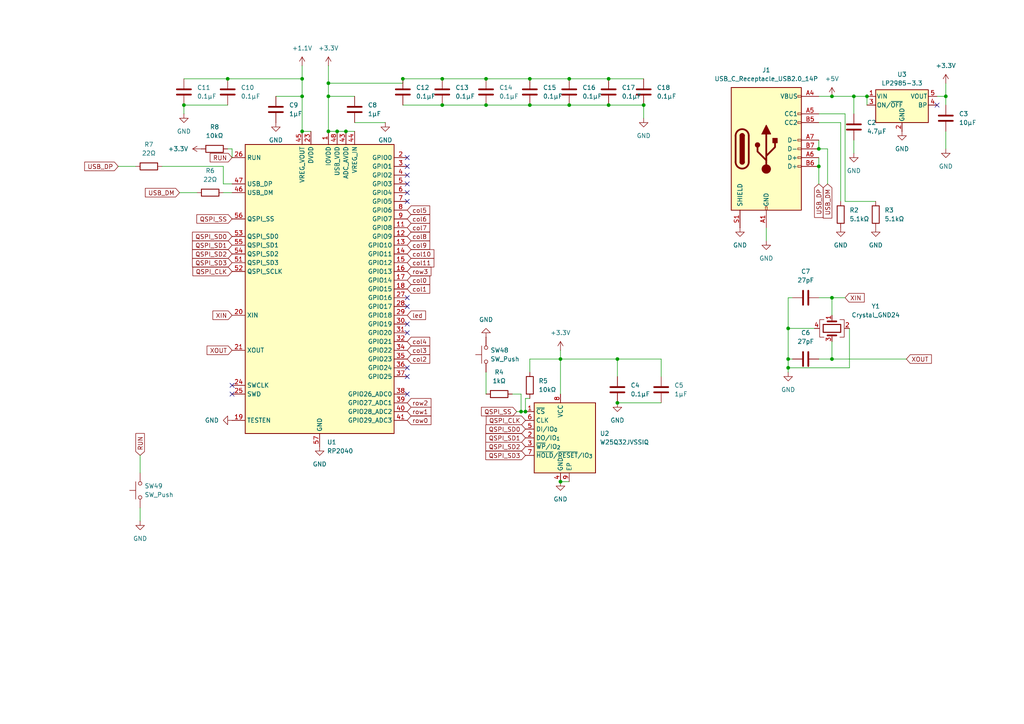
<source format=kicad_sch>
(kicad_sch (version 20250114) (generator "eeschema") (generator_version "9.0")
  (paper "A4")
  (lib_symbols
    (symbol "Connector:USB_C_Receptacle_USB2.0_14P" (pin_names (offset 1.016))
      (property "Reference" "J" (at 0 22.225 0))
      (property "Value" "USB_C_Receptacle_USB2.0_14P" (at 0 19.685 0))
      (symbol "USB_C_Receptacle_USB2.0_14P_1_1"
        (pin passive line (at -7.62 -22.86 90) (length 5.08) (name "SHIELD") (number "S1"))
        (pin passive line (at 0 -22.86 90) (length 5.08) (name "GND") (number "A1"))
        (pin passive line (at 0 -22.86 90) (length 5.08) (hide yes) (name "GND") (number "A12"))
        (pin passive line (at 0 -22.86 90) (length 5.08) (hide yes) (name "GND") (number "B1"))
        (pin passive line (at 0 -22.86 90) (length 5.08) (hide yes) (name "GND") (number "B12"))
        (pin passive line (at 15.24 15.24 180) (length 5.08) (name "VBUS") (number "A4"))
        (pin passive line (at 15.24 15.24 180) (length 5.08) (hide yes) (name "VBUS") (number "A9"))
        (pin passive line (at 15.24 15.24 180) (length 5.08) (hide yes) (name "VBUS") (number "B4"))
        (pin passive line (at 15.24 15.24 180) (length 5.08) (hide yes) (name "VBUS") (number "B9"))
        (pin bidirectional line (at 15.24 10.16 180) (length 5.08) (name "CC1") (number "A5"))
        (pin bidirectional line (at 15.24 7.62 180) (length 5.08) (name "CC2") (number "B5"))
        (pin bidirectional line (at 15.24 2.54 180) (length 5.08) (name "D-") (number "A7"))
        (pin bidirectional line (at 15.24 0 180) (length 5.08) (name "D-") (number "B7"))
        (pin bidirectional line (at 15.24 -2.54 180) (length 5.08) (name "D+") (number "A6"))
        (pin bidirectional line (at 15.24 -5.08 180) (length 5.08) (name "D+") (number "B6"))
      )
    )
    (symbol "Device:C" (pin_numbers (hide yes)) (pin_names (offset 0.254))
      (property "Reference" "C" (at 0.635 2.54 0))
      (property "Value" "C" (at 0.635 -2.54 0))
      (symbol "C_1_1"
        (pin passive line (at 0 3.81 270) (length 2.794) (name "~") (number "1"))
        (pin passive line (at 0 -3.81 90) (length 2.794) (name "~") (number "2"))
      )
    )
    (symbol "Device:Crystal_GND24" (pin_names (offset 1.016) (hide yes))
      (property "Reference" "Y" (at 3.175 5.08 0))
      (property "Value" "Crystal_GND24" (at 3.175 3.175 0))
      (symbol "Crystal_GND24_1_1"
        (pin passive line (at -3.81 0 0) (length 1.27) (name "1") (number "1"))
        (pin passive line (at 0 5.08 270) (length 1.27) (name "2") (number "2"))
        (pin passive line (at 0 -5.08 90) (length 1.27) (name "4") (number "4"))
        (pin passive line (at 3.81 0 180) (length 1.27) (name "3") (number "3"))
      )
    )
    (symbol "Device:D" (pin_numbers (hide yes)) (pin_names (offset 1.016) (hide yes))
      (property "Reference" "D" (at 0 2.54 0))
      (property "Value" "D" (at 0 -2.54 0))
      (symbol "D_1_1"
        (pin passive line (at -3.81 0 0) (length 2.54) (name "K") (number "1"))
        (pin passive line (at 3.81 0 180) (length 2.54) (name "A") (number "2"))
      )
    )
    (symbol "Device:R" (pin_numbers (hide yes)) (pin_names (offset 0))
      (property "Reference" "R" (at 2.032 0 90))
      (property "Value" "R" (at 0 0 90))
      (symbol "R_1_1"
        (pin passive line (at 0 3.81 270) (length 1.27) (name "~") (number "1"))
        (pin passive line (at 0 -3.81 90) (length 1.27) (name "~") (number "2"))
      )
    )
    (symbol "MCU_RaspberryPi:RP2040"
      (property "Reference" "U" (at 17.78 45.72 0))
      (property "Value" "RP2040" (at 17.78 43.18 0))
      (symbol "RP2040_1_1"
        (pin input line (at -25.4 38.1 0) (length 3.81) (name "RUN") (number "26"))
        (pin bidirectional line (at -25.4 30.48 0) (length 3.81) (name "USB_DP") (number "47"))
        (pin bidirectional line (at -25.4 27.94 0) (length 3.81) (name "USB_DM") (number "46"))
        (pin bidirectional line (at -25.4 20.32 0) (length 3.81) (name "QSPI_SS") (number "56"))
        (pin bidirectional line (at -25.4 15.24 0) (length 3.81) (name "QSPI_SD0") (number "53"))
        (pin bidirectional line (at -25.4 12.7 0) (length 3.81) (name "QSPI_SD1") (number "55"))
        (pin bidirectional line (at -25.4 10.16 0) (length 3.81) (name "QSPI_SD2") (number "54"))
        (pin bidirectional line (at -25.4 7.62 0) (length 3.81) (name "QSPI_SD3") (number "51"))
        (pin output line (at -25.4 5.08 0) (length 3.81) (name "QSPI_SCLK") (number "52"))
        (pin input line (at -25.4 -7.62 0) (length 3.81) (name "XIN") (number "20"))
        (pin passive line (at -25.4 -17.78 0) (length 3.81) (name "XOUT") (number "21"))
        (pin input line (at -25.4 -27.94 0) (length 3.81) (name "SWCLK") (number "24"))
        (pin bidirectional line (at -25.4 -30.48 0) (length 3.81) (name "SWD") (number "25"))
        (pin input line (at -25.4 -38.1 0) (length 3.81) (name "TESTEN") (number "19"))
        (pin power_out line (at -5.08 45.72 270) (length 3.81) (name "VREG_VOUT") (number "45"))
        (pin power_in line (at -2.54 45.72 270) (length 3.81) (name "DVDD") (number "23"))
        (pin passive line (at -2.54 45.72 270) (length 3.81) (hide yes) (name "DVDD") (number "50"))
        (pin power_in line (at 0 -45.72 90) (length 3.81) (name "GND") (number "57"))
        (pin power_in line (at 2.54 45.72 270) (length 3.81) (name "IOVDD") (number "1"))
        (pin passive line (at 2.54 45.72 270) (length 3.81) (hide yes) (name "IOVDD") (number "10"))
        (pin passive line (at 2.54 45.72 270) (length 3.81) (hide yes) (name "IOVDD") (number "22"))
        (pin passive line (at 2.54 45.72 270) (length 3.81) (hide yes) (name "IOVDD") (number "33"))
        (pin passive line (at 2.54 45.72 270) (length 3.81) (hide yes) (name "IOVDD") (number "42"))
        (pin passive line (at 2.54 45.72 270) (length 3.81) (hide yes) (name "IOVDD") (number "49"))
        (pin power_in line (at 5.08 45.72 270) (length 3.81) (name "USB_VDD") (number "48"))
        (pin power_in line (at 7.62 45.72 270) (length 3.81) (name "ADC_AVDD") (number "43"))
        (pin power_in line (at 10.16 45.72 270) (length 3.81) (name "VREG_IN") (number "44"))
        (pin bidirectional line (at 25.4 38.1 180) (length 3.81) (name "GPIO0") (number "2"))
        (pin bidirectional line (at 25.4 35.56 180) (length 3.81) (name "GPIO1") (number "3"))
        (pin bidirectional line (at 25.4 33.02 180) (length 3.81) (name "GPIO2") (number "4"))
        (pin bidirectional line (at 25.4 30.48 180) (length 3.81) (name "GPIO3") (number "5"))
        (pin bidirectional line (at 25.4 27.94 180) (length 3.81) (name "GPIO4") (number "6"))
        (pin bidirectional line (at 25.4 25.4 180) (length 3.81) (name "GPIO5") (number "7"))
        (pin bidirectional line (at 25.4 22.86 180) (length 3.81) (name "GPIO6") (number "8"))
        (pin bidirectional line (at 25.4 20.32 180) (length 3.81) (name "GPIO7") (number "9"))
        (pin bidirectional line (at 25.4 17.78 180) (length 3.81) (name "GPIO8") (number "11"))
        (pin bidirectional line (at 25.4 15.24 180) (length 3.81) (name "GPIO9") (number "12"))
        (pin bidirectional line (at 25.4 12.7 180) (length 3.81) (name "GPIO10") (number "13"))
        (pin bidirectional line (at 25.4 10.16 180) (length 3.81) (name "GPIO11") (number "14"))
        (pin bidirectional line (at 25.4 7.62 180) (length 3.81) (name "GPIO12") (number "15"))
        (pin bidirectional line (at 25.4 5.08 180) (length 3.81) (name "GPIO13") (number "16"))
        (pin bidirectional line (at 25.4 2.54 180) (length 3.81) (name "GPIO14") (number "17"))
        (pin bidirectional line (at 25.4 0 180) (length 3.81) (name "GPIO15") (number "18"))
        (pin bidirectional line (at 25.4 -2.54 180) (length 3.81) (name "GPIO16") (number "27"))
        (pin bidirectional line (at 25.4 -5.08 180) (length 3.81) (name "GPIO17") (number "28"))
        (pin bidirectional line (at 25.4 -7.62 180) (length 3.81) (name "GPIO18") (number "29"))
        (pin bidirectional line (at 25.4 -10.16 180) (length 3.81) (name "GPIO19") (number "30"))
        (pin bidirectional line (at 25.4 -12.7 180) (length 3.81) (name "GPIO20") (number "31"))
        (pin bidirectional line (at 25.4 -15.24 180) (length 3.81) (name "GPIO21") (number "32"))
        (pin bidirectional line (at 25.4 -17.78 180) (length 3.81) (name "GPIO22") (number "34"))
        (pin bidirectional line (at 25.4 -20.32 180) (length 3.81) (name "GPIO23") (number "35"))
        (pin bidirectional line (at 25.4 -22.86 180) (length 3.81) (name "GPIO24") (number "36"))
        (pin bidirectional line (at 25.4 -25.4 180) (length 3.81) (name "GPIO25") (number "37"))
        (pin bidirectional line (at 25.4 -30.48 180) (length 3.81) (name "GPIO26_ADC0") (number "38"))
        (pin bidirectional line (at 25.4 -33.02 180) (length 3.81) (name "GPIO27_ADC1") (number "39"))
        (pin bidirectional line (at 25.4 -35.56 180) (length 3.81) (name "GPIO28_ADC2") (number "40"))
        (pin bidirectional line (at 25.4 -38.1 180) (length 3.81) (name "GPIO29_ADC3") (number "41"))
      )
    )
    (symbol "Memory_Flash:W25Q128JVE"
      (property "Reference" "U" (at -6.35 11.43 0))
      (property "Value" "W25Q128JVE" (at 7.62 11.43 0))
      (symbol "W25Q128JVE_1_1"
        (pin input line (at -10.16 7.62 0) (length 2.54) (name "~{CS}") (number "1"))
        (pin input line (at -10.16 5.08 0) (length 2.54) (name "CLK") (number "6"))
        (pin bidirectional line (at -10.16 2.54 0) (length 2.54) (name "DI/IO_{0}") (number "5"))
        (pin bidirectional line (at -10.16 0 0) (length 2.54) (name "DO/IO_{1}") (number "2"))
        (pin bidirectional line (at -10.16 -2.54 0) (length 2.54) (name "~{WP}/IO_{2}") (number "3"))
        (pin bidirectional line (at -10.16 -5.08 0) (length 2.54) (name "~{HOLD}/~{RESET}/IO_{3}") (number "7"))
        (pin power_in line (at 0 12.7 270) (length 2.54) (name "VCC") (number "8"))
        (pin power_in line (at 0 -12.7 90) (length 2.54) (name "GND") (number "4"))
        (pin passive line (at 2.54 -12.7 90) (length 2.54) (name "EP") (number "9"))
      )
    )
    (symbol "Regulator_Linear:LP2985-3.3" (pin_names (offset 0.254))
      (property "Reference" "U" (at -6.35 5.715 0))
      (property "Value" "LP2985-3.3" (at 0 5.715 0))
      (symbol "LP2985-3.3_1_1"
        (pin power_in line (at -10.16 2.54 0) (length 2.54) (name "VIN") (number "1"))
        (pin input line (at -10.16 0 0) (length 2.54) (name "ON/~{OFF}") (number "3"))
        (pin power_in line (at 0 -7.62 90) (length 2.54) (name "GND") (number "2"))
        (pin power_out line (at 10.16 2.54 180) (length 2.54) (name "VOUT") (number "5"))
        (pin input line (at 10.16 0 180) (length 2.54) (name "BP") (number "4"))
      )
    )
    (symbol "Switch:SW_Push" (pin_numbers (hide yes)) (pin_names (offset 1.016) (hide yes))
      (property "Reference" "SW" (at 1.27 2.54 0))
      (property "Value" "SW_Push" (at 0 -1.524 0))
      (symbol "SW_Push_0_1"
        (pin passive line (at -5.08 0 0) (length 2.54) (name "1") (number "1"))
        (pin passive line (at 5.08 0 180) (length 2.54) (name "2") (number "2"))
      )
    )
    (symbol "kbd-lib:YS-SK6812MINI-E" (pin_names (offset 1.016))
      (property "Reference" "LED" (at 2.54 -7.62 0))
      (property "Value" "YS-SK6812MINI-E" (at 6.35 -6.35 0))
      (symbol "YS-SK6812MINI-E_1_1"
        (pin input line (at -7.62 0 0) (length 2.54) (name "DIN") (number "4"))
        (pin power_in line (at 0 7.62 270) (length 2.54) (name "VDD") (number "1"))
        (pin power_in line (at 0 -7.62 90) (length 2.54) (name "VSS") (number "3"))
        (pin output line (at 7.62 0 180) (length 2.54) (name "DOUT") (number "2"))
      )
    )
    (symbol "power:+3.3V" (power) (pin_numbers (hide yes)) (pin_names (offset 0) (hide yes))
      (property "Value" "+3.3V" (at 0 3.556 0))
      (symbol "+3.3V_1_1"
        (pin power_in line (at 0 0 90) (length 0) (name "~") (number "1"))
      )
    )
    (symbol "power:+5V" (power) (pin_numbers (hide yes)) (pin_names (offset 0) (hide yes))
      (property "Value" "+5V" (at 0 3.556 0))
      (symbol "+5V_1_1"
        (pin power_in line (at 0 0 90) (length 0) (name "~") (number "1"))
      )
    )
    (symbol "power:GND" (power) (pin_numbers (hide yes)) (pin_names (offset 0) (hide yes))
      (property "Value" "GND" (at 0 -3.81 0))
      (symbol "GND_1_1"
        (pin power_in line (at 0 0 270) (length 0) (name "~") (number "1"))
      )
    )
    (symbol "power:PWR_FLAG" (power) (pin_numbers (hide yes)) (pin_names (offset 0) (hide yes))
      (property "Value" "PWR_FLAG" (at 0 3.81 0))
      (symbol "PWR_FLAG_0_0"
        (pin power_out line (at 0 0 90) (length 0) (name "~") (number "1"))
      )
    )
  )
  (junction (at 453.39 130.81))
  (junction (at 469.9 105.41))
  (junction (at 471.17 222.25))
  (junction (at 641.35 237.49))
  (junction (at 591.82 271.78))
  (junction (at 469.9 157.48))
  (junction (at 617.22 287.02))
  (junction (at 575.31 63.5))
  (junction (at 568.96 157.48))
  (junction (at 530.86 287.02))
  (junction (at 398.78 287.02))
  (junction (at 502.92 130.81))
  (junction (at 495.3 222.25))
  (junction (at 641.35 247.65))
  (junction (at 591.82 222.25))
  (junction (at 492.76 91.44))
  (junction (at 567.69 237.49))
  (junction (at 53.34 30.48))
  (junction (at 641.35 271.78))
  (junction (at 241.3 104.14))
  (junction (at 228.6 106.68))
  (junction (at 95.25 27.94))
  (junction (at 459.74 63.5))
  (junction (at 495.3 287.02))
  (junction (at 641.35 262.89))
  (junction (at 410.21 116.84))
  (junction (at 128.27 30.48))
  (junction (at 398.78 213.36))
  (junction (at 151.13 119.38))
  (junction (at 383.54 267.97))
  (junction (at 393.7 91.44))
  (junction (at 558.8 116.84))
  (junction (at 420.37 105.41))
  (junction (at 128.27 22.86))
  (junction (at 519.43 222.25))
  (junction (at 568.96 105.41))
  (junction (at 228.6 104.14))
  (junction (at 436.88 105.41))
  (junction (at 535.94 130.81))
  (junction (at 519.43 77.47))
  (junction (at 459.74 116.84))
  (junction (at 469.9 130.81))
  (junction (at 100.33 38.1))
  (junction (at 420.37 130.81))
  (junction (at 519.43 130.81))
  (junction (at 543.56 213.36))
  (junction (at 568.96 77.47))
  (junction (at 471.17 198.12))
  (junction (at 403.86 105.41))
  (junction (at 116.84 22.86))
  (junction (at 398.78 247.65))
  (junction (at 393.7 116.84))
  (junction (at 87.63 22.86))
  (junction (at 486.41 105.41))
  (junction (at 247.65 27.94))
  (junction (at 87.63 38.1))
  (junction (at 95.25 24.13))
  (junction (at 641.35 287.02))
  (junction (at 495.3 247.65))
  (junction (at 420.37 77.47))
  (junction (at 393.7 63.5))
  (junction (at 237.49 48.26))
  (junction (at 476.25 116.84))
  (junction (at 398.78 222.25))
  (junction (at 567.69 222.25))
  (junction (at 486.41 77.47))
  (junction (at 153.67 22.86))
  (junction (at 519.43 157.48))
  (junction (at 447.04 222.25))
  (junction (at 568.96 130.81))
  (junction (at 469.9 77.47))
  (junction (at 543.56 222.25))
  (junction (at 591.82 262.89))
  (junction (at 471.17 213.36))
  (junction (at 535.94 77.47))
  (junction (at 443.23 63.5))
  (junction (at 617.22 198.12))
  (junction (at 495.3 262.89))
  (junction (at 179.07 116.84))
  (junction (at 519.43 262.89))
  (junction (at 422.91 198.12))
  (junction (at 453.39 157.48))
  (junction (at 426.72 116.84))
  (junction (at 567.69 271.78))
  (junction (at 567.69 262.89))
  (junction (at 530.86 271.78))
  (junction (at 591.82 287.02))
  (junction (at 575.31 116.84))
  (junction (at 558.8 63.5))
  (junction (at 447.04 237.49))
  (junction (at 422.91 222.25))
  (junction (at 422.91 271.78))
  (junction (at 422.91 262.89))
  (junction (at 617.22 237.49))
  (junction (at 426.72 91.44))
  (junction (at 509.27 91.44))
  (junction (at 476.25 63.5))
  (junction (at 387.35 247.65))
  (junction (at 552.45 77.47))
  (junction (at 153.67 30.48))
  (junction (at 140.97 30.48))
  (junction (at 543.56 247.65))
  (junction (at 447.04 271.78))
  (junction (at 519.43 247.65))
  (junction (at 552.45 130.81))
  (junction (at 591.82 198.12))
  (junction (at 543.56 262.89))
  (junction (at 403.86 157.48))
  (junction (at 447.04 247.65))
  (junction (at 525.78 116.84))
  (junction (at 591.82 237.49))
  (junction (at 426.72 63.5))
  (junction (at 543.56 237.49))
  (junction (at 535.94 105.41))
  (junction (at 241.3 27.94))
  (junction (at 567.69 198.12))
  (junction (at 453.39 105.41))
  (junction (at 436.88 77.47))
  (junction (at 422.91 247.65))
  (junction (at 495.3 157.48))
  (junction (at 641.35 213.36))
  (junction (at 525.78 63.5))
  (junction (at 502.92 77.47))
  (junction (at 641.35 222.25))
  (junction (at 617.22 262.89))
  (junction (at 486.41 130.81))
  (junction (at 542.29 91.44))
  (junction (at 471.17 237.49))
  (junction (at 567.69 247.65))
  (junction (at 410.21 91.44))
  (junction (at 617.22 222.25))
  (junction (at 567.69 213.36))
  (junction (at 591.82 247.65))
  (junction (at 95.25 38.1))
  (junction (at 186.69 30.48))
  (junction (at 179.07 104.14))
  (junction (at 87.63 27.94))
  (junction (at 66.04 22.86))
  (junction (at 447.04 198.12))
  (junction (at 552.45 157.48))
  (junction (at 502.92 105.41))
  (junction (at 251.46 27.94))
  (junction (at 591.82 213.36))
  (junction (at 165.1 22.86))
  (junction (at 495.3 271.78))
  (junction (at 525.78 91.44))
  (junction (at 387.35 198.12))
  (junction (at 495.3 198.12))
  (junction (at 403.86 130.81))
  (junction (at 495.3 237.49))
  (junction (at 422.91 287.02))
  (junction (at 476.25 91.44))
  (junction (at 509.27 63.5))
  (junction (at 447.04 287.02))
  (junction (at 387.35 237.49))
  (junction (at 436.88 130.81))
  (junction (at 509.27 116.84))
  (junction (at 567.69 287.02))
  (junction (at 471.17 287.02))
  (junction (at 398.78 262.89))
  (junction (at 422.91 213.36))
  (junction (at 152.4 119.38))
  (junction (at 422.91 237.49))
  (junction (at 617.22 213.36))
  (junction (at 519.43 198.12))
  (junction (at 447.04 213.36))
  (junction (at 471.17 247.65))
  (junction (at 535.94 157.48))
  (junction (at 471.17 271.78))
  (junction (at 176.53 30.48))
  (junction (at 97.79 38.1))
  (junction (at 274.32 27.94))
  (junction (at 436.88 157.48))
  (junction (at 140.97 22.86))
  (junction (at 398.78 271.78))
  (junction (at 176.53 22.86))
  (junction (at 398.78 198.12))
  (junction (at 403.86 77.47))
  (junction (at 381 217.17))
  (junction (at 410.21 63.5))
  (junction (at 241.3 86.36))
  (junction (at 575.31 91.44))
  (junction (at 495.3 213.36))
  (junction (at 519.43 237.49))
  (junction (at 617.22 247.65))
  (junction (at 398.78 237.49))
  (junction (at 558.8 91.44))
  (junction (at 641.35 198.12))
  (junction (at 542.29 63.5))
  (junction (at 459.74 91.44))
  (junction (at 443.23 91.44))
  (junction (at 228.6 95.25))
  (junction (at 543.56 198.12))
  (junction (at 519.43 213.36))
  (junction (at 471.17 262.89))
  (junction (at 617.22 271.78))
  (junction (at 552.45 105.41))
  (junction (at 162.56 104.14))
  (junction (at 542.29 116.84))
  (junction (at 519.43 105.41))
  (junction (at 447.04 262.89))
  (junction (at 162.56 139.7))
  (junction (at 420.37 157.48))
  (junction (at 492.76 63.5))
  (junction (at 443.23 116.84))
  (junction (at 237.49 43.18))
  (junction (at 453.39 77.47))
  (junction (at 165.1 30.48))
  (no_connect (at 118.11 96.52))
  (no_connect (at 118.11 109.22))
  (no_connect (at 118.11 114.3))
  (no_connect (at 118.11 50.8))
  (no_connect (at 118.11 86.36))
  (no_connect (at 118.11 48.26))
  (no_connect (at 271.78 30.48))
  (no_connect (at 67.31 111.76))
  (no_connect (at 118.11 53.34))
  (no_connect (at 118.11 58.42))
  (no_connect (at 118.11 106.68))
  (no_connect (at 118.11 88.9))
  (no_connect (at 118.11 93.98))
  (no_connect (at 391.16 279.4))
  (no_connect (at 67.31 114.3))
  (no_connect (at 118.11 55.88))
  (no_connect (at 118.11 45.72))
  (wire (pts (xy 519.43 262.89) (xy 543.56 262.89)))
  (wire (pts (xy 552.45 157.48) (xy 535.94 157.48)))
  (wire (pts (xy 384.81 157.48) (xy 403.86 157.48)))
  (wire (pts (xy 476.25 49.53) (xy 476.25 63.5)))
  (wire (pts (xy 599.44 279.4) (xy 609.6 279.4)))
  (wire (pts (xy 237.49 27.94) (xy 241.3 27.94)))
  (wire (pts (xy 591.82 237.49) (xy 617.22 237.49)))
  (wire (pts (xy 447.04 271.78) (xy 471.17 271.78)))
  (wire (pts (xy 403.86 143.51) (xy 403.86 149.86)))
  (wire (pts (xy 87.63 22.86) (xy 87.63 27.94)))
  (wire (pts (xy 542.29 63.5) (xy 542.29 91.44)))
  (wire (pts (xy 599.44 205.74) (xy 609.6 205.74)))
  (wire (pts (xy 486.41 130.81) (xy 502.92 130.81)))
  (wire (pts (xy 403.86 116.84) (xy 403.86 123.19)))
  (wire (pts (xy 567.69 198.12) (xy 591.82 198.12)))
  (wire (pts (xy 426.72 91.44) (xy 426.72 116.84)))
  (wire (pts (xy 116.84 24.13) (xy 116.84 22.86)))
  (wire (pts (xy 398.78 262.89) (xy 383.54 262.89)))
  (wire (pts (xy 274.32 38.1) (xy 274.32 43.18)))
  (wire (pts (xy 420.37 91.44) (xy 420.37 97.79)))
  (wire (pts (xy 237.49 48.26) (xy 237.49 53.34)))
  (wire (pts (xy 502.92 116.84) (xy 502.92 123.19)))
  (wire (pts (xy 525.78 49.53) (xy 525.78 63.5)))
  (wire (pts (xy 398.78 271.78) (xy 422.91 271.78)))
  (wire (pts (xy 228.6 95.25) (xy 228.6 104.14)))
  (wire (pts (xy 387.35 196.85) (xy 387.35 198.12)))
  (wire (pts (xy 543.56 237.49) (xy 567.69 237.49)))
  (wire (pts (xy 575.31 229.87) (xy 584.2 229.87)))
  (wire (pts (xy 398.78 222.25) (xy 422.91 222.25)))
  (wire (pts (xy 447.04 213.36) (xy 471.17 213.36)))
  (wire (pts (xy 406.4 255.27) (xy 415.29 255.27)))
  (wire (pts (xy 575.31 279.4) (xy 584.2 279.4)))
  (wire (pts (xy 430.53 255.27) (xy 439.42 255.27)))
  (wire (pts (xy 66.04 22.86) (xy 87.63 22.86)))
  (wire (pts (xy 179.07 116.84) (xy 191.77 116.84)))
  (wire (pts (xy 617.22 247.65) (xy 641.35 247.65)))
  (wire (pts (xy 398.78 247.65) (xy 422.91 247.65)))
  (wire (pts (xy 53.34 22.86) (xy 66.04 22.86)))
  (wire (pts (xy 486.41 105.41) (xy 502.92 105.41)))
  (wire (pts (xy 568.96 77.47) (xy 585.47 77.47)))
  (wire (pts (xy 102.87 35.56) (xy 111.76 35.56)))
  (wire (pts (xy 64.77 53.34) (xy 67.31 53.34)))
  (wire (pts (xy 471.17 262.89) (xy 495.3 262.89)))
  (wire (pts (xy 558.8 91.44) (xy 558.8 116.84)))
  (wire (pts (xy 527.05 205.74) (xy 535.94 205.74)))
  (wire (pts (xy 151.13 114.3) (xy 151.13 119.38)))
  (wire (pts (xy 384.81 77.47) (xy 403.86 77.47)))
  (wire (pts (xy 552.45 157.48) (xy 568.96 157.48)))
  (wire (pts (xy 237.49 45.72) (xy 237.49 48.26)))
  (wire (pts (xy 530.86 287.02) (xy 567.69 287.02)))
  (wire (pts (xy 245.11 33.02) (xy 245.11 58.42)))
  (wire (pts (xy 447.04 237.49) (xy 471.17 237.49)))
  (wire (pts (xy 430.53 229.87) (xy 439.42 229.87)))
  (wire (pts (xy 552.45 91.44) (xy 552.45 97.79)))
  (wire (pts (xy 149.86 119.38) (xy 151.13 119.38)))
  (wire (pts (xy 453.39 63.5) (xy 453.39 69.85)))
  (wire (pts (xy 162.56 104.14) (xy 179.07 104.14)))
  (wire (pts (xy 406.4 229.87) (xy 415.29 229.87)))
  (wire (pts (xy 387.35 186.69) (xy 387.35 189.23)))
  (wire (pts (xy 585.47 63.5) (xy 585.47 69.85)))
  (wire (pts (xy 443.23 49.53) (xy 443.23 63.5)))
  (wire (pts (xy 453.39 157.48) (xy 469.9 157.48)))
  (wire (pts (xy 558.8 63.5) (xy 558.8 91.44)))
  (wire (pts (xy 420.37 143.51) (xy 420.37 149.86)))
  (wire (pts (xy 87.63 19.05) (xy 87.63 22.86)))
  (wire (pts (xy 568.96 91.44) (xy 568.96 97.79)))
  (wire (pts (xy 453.39 130.81) (xy 469.9 130.81)))
  (wire (pts (xy 422.91 198.12) (xy 447.04 198.12)))
  (wire (pts (xy 179.07 104.14) (xy 191.77 104.14)))
  (wire (pts (xy 568.96 157.48) (xy 585.47 157.48)))
  (wire (pts (xy 502.92 63.5) (xy 502.92 69.85)))
  (wire (pts (xy 422.91 222.25) (xy 447.04 222.25)))
  (wire (pts (xy 519.43 116.84) (xy 519.43 123.19)))
  (wire (pts (xy 459.74 116.84) (xy 459.74 143.51)))
  (wire (pts (xy 471.17 247.65) (xy 495.3 247.65)))
  (wire (pts (xy 247.65 27.94) (xy 251.46 27.94)))
  (wire (pts (xy 443.23 63.5) (xy 443.23 91.44)))
  (wire (pts (xy 495.3 262.89) (xy 519.43 262.89)))
  (wire (pts (xy 469.9 116.84) (xy 469.9 123.19)))
  (wire (pts (xy 552.45 105.41) (xy 568.96 105.41)))
  (wire (pts (xy 469.9 143.51) (xy 469.9 149.86)))
  (wire (pts (xy 64.77 55.88) (xy 67.31 55.88)))
  (wire (pts (xy 436.88 157.48) (xy 453.39 157.48)))
  (wire (pts (xy 398.78 213.36) (xy 422.91 213.36)))
  (wire (pts (xy 575.31 49.53) (xy 575.31 63.5)))
  (wire (pts (xy 191.77 104.14) (xy 191.77 109.22)))
  (wire (pts (xy 387.35 247.65) (xy 387.35 287.02)))
  (wire (pts (xy 420.37 77.47) (xy 436.88 77.47)))
  (wire (pts (xy 241.3 27.94) (xy 247.65 27.94)))
  (wire (pts (xy 535.94 63.5) (xy 535.94 69.85)))
  (wire (pts (xy 436.88 77.47) (xy 453.39 77.47)))
  (wire (pts (xy 237.49 35.56) (xy 243.84 35.56)))
  (wire (pts (xy 179.07 104.14) (xy 179.07 109.22)))
  (wire (pts (xy 471.17 237.49) (xy 495.3 237.49)))
  (wire (pts (xy 502.92 130.81) (xy 519.43 130.81)))
  (wire (pts (xy 398.78 217.17) (xy 381 217.17)))
  (wire (pts (xy 535.94 143.51) (xy 535.94 149.86)))
  (wire (pts (xy 426.72 116.84) (xy 426.72 143.51)))
  (wire (pts (xy 519.43 222.25) (xy 543.56 222.25)))
  (wire (pts (xy 241.3 99.06) (xy 241.3 104.14)))
  (wire (pts (xy 543.56 213.36) (xy 567.69 213.36)))
  (wire (pts (xy 116.84 30.48) (xy 128.27 30.48)))
  (wire (pts (xy 251.46 27.94) (xy 251.46 30.48)))
  (wire (pts (xy 228.6 86.36) (xy 229.87 86.36)))
  (wire (pts (xy 552.45 116.84) (xy 552.45 123.19)))
  (wire (pts (xy 236.22 95.25) (xy 228.6 95.25)))
  (wire (pts (xy 398.78 222.25) (xy 398.78 217.17)))
  (wire (pts (xy 535.94 116.84) (xy 535.94 123.19)))
  (wire (pts (xy 153.67 30.48) (xy 165.1 30.48)))
  (wire (pts (xy 398.78 262.89) (xy 422.91 262.89)))
  (wire (pts (xy 585.47 116.84) (xy 585.47 123.19)))
  (wire (pts (xy 495.3 237.49) (xy 519.43 237.49)))
  (wire (pts (xy 398.78 237.49) (xy 422.91 237.49)))
  (wire (pts (xy 471.17 287.02) (xy 495.3 287.02)))
  (wire (pts (xy 558.8 49.53) (xy 558.8 63.5)))
  (wire (pts (xy 502.92 77.47) (xy 519.43 77.47)))
  (wire (pts (xy 64.77 53.34) (xy 64.77 48.26)))
  (wire (pts (xy 97.79 38.1) (xy 100.33 38.1)))
  (wire (pts (xy 567.69 287.02) (xy 591.82 287.02)))
  (wire (pts (xy 568.96 116.84) (xy 568.96 123.19)))
  (wire (pts (xy 398.78 287.02) (xy 422.91 287.02)))
  (wire (pts (xy 617.22 287.02) (xy 641.35 287.02)))
  (wire (pts (xy 436.88 91.44) (xy 436.88 97.79)))
  (wire (pts (xy 95.25 27.94) (xy 102.87 27.94)))
  (wire (pts (xy 382.27 205.74) (xy 391.16 205.74)))
  (wire (pts (xy 495.3 247.65) (xy 519.43 247.65)))
  (wire (pts (xy 66.04 43.18) (xy 67.31 43.18)))
  (wire (pts (xy 519.43 105.41) (xy 535.94 105.41)))
  (wire (pts (xy 453.39 105.41) (xy 469.9 105.41)))
  (wire (pts (xy 453.39 91.44) (xy 453.39 97.79)))
  (wire (pts (xy 495.3 271.78) (xy 530.86 271.78)))
  (wire (pts (xy 567.69 213.36) (xy 591.82 213.36)))
  (wire (pts (xy 162.56 139.7) (xy 165.1 139.7)))
  (wire (pts (xy 552.45 77.47) (xy 568.96 77.47)))
  (wire (pts (xy 454.66 205.74) (xy 463.55 205.74)))
  (wire (pts (xy 271.78 27.94) (xy 274.32 27.94)))
  (wire (pts (xy 641.35 237.49) (xy 665.48 237.49)))
  (wire (pts (xy 567.69 262.89) (xy 591.82 262.89)))
  (wire (pts (xy 393.7 63.5) (xy 393.7 91.44)))
  (wire (pts (xy 599.44 229.87) (xy 609.6 229.87)))
  (wire (pts (xy 186.69 30.48) (xy 186.69 34.29)))
  (wire (pts (xy 398.78 271.78) (xy 398.78 267.97)))
  (wire (pts (xy 575.31 255.27) (xy 584.2 255.27)))
  (wire (pts (xy 403.86 63.5) (xy 403.86 69.85)))
  (wire (pts (xy 391.16 229.87) (xy 391.16 255.27)))
  (wire (pts (xy 222.25 66.04) (xy 222.25 69.85)))
  (wire (pts (xy 495.3 143.51) (xy 495.3 149.86)))
  (wire (pts (xy 381 213.36) (xy 381 217.17)))
  (wire (pts (xy 403.86 91.44) (xy 403.86 97.79)))
  (wire (pts (xy 535.94 77.47) (xy 552.45 77.47)))
  (wire (pts (xy 495.3 213.36) (xy 519.43 213.36)))
  (wire (pts (xy 383.54 267.97) (xy 398.78 267.97)))
  (wire (pts (xy 509.27 91.44) (xy 509.27 116.84)))
  (wire (pts (xy 53.34 30.48) (xy 53.34 33.02)))
  (wire (pts (xy 237.49 33.02) (xy 245.11 33.02)))
  (wire (pts (xy 495.3 198.12) (xy 519.43 198.12)))
  (wire (pts (xy 447.04 262.89) (xy 471.17 262.89)))
  (wire (pts (xy 617.22 271.78) (xy 641.35 271.78)))
  (wire (pts (xy 403.86 105.41) (xy 420.37 105.41)))
  (wire (pts (xy 443.23 116.84) (xy 443.23 143.51)))
  (wire (pts (xy 383.54 262.89) (xy 383.54 267.97)))
  (wire (pts (xy 454.66 255.27) (xy 463.55 255.27)))
  (wire (pts (xy 575.31 205.74) (xy 584.2 205.74)))
  (wire (pts (xy 585.47 91.44) (xy 585.47 97.79)))
  (wire (pts (xy 568.96 105.41) (xy 585.47 105.41)))
  (wire (pts (xy 519.43 157.48) (xy 535.94 157.48)))
  (wire (pts (xy 486.41 116.84) (xy 486.41 123.19)))
  (wire (pts (xy 542.29 49.53) (xy 542.29 63.5)))
  (wire (pts (xy 95.25 19.05) (xy 95.25 24.13)))
  (wire (pts (xy 585.47 143.51) (xy 585.47 149.86)))
  (wire (pts (xy 403.86 77.47) (xy 420.37 77.47)))
  (wire (pts (xy 673.1 255.27) (xy 673.1 279.4)))
  (wire (pts (xy 40.64 132.08) (xy 40.64 137.16)))
  (wire (pts (xy 379.73 193.04) (xy 379.73 198.12)))
  (wire (pts (xy 476.25 116.84) (xy 476.25 143.51)))
  (wire (pts (xy 387.35 237.49) (xy 398.78 237.49)))
  (wire (pts (xy 128.27 30.48) (xy 140.97 30.48)))
  (wire (pts (xy 422.91 213.36) (xy 447.04 213.36)))
  (wire (pts (xy 552.45 143.51) (xy 552.45 149.86)))
  (wire (pts (xy 241.3 104.14) (xy 262.89 104.14)))
  (wire (pts (xy 360.68 205.74) (xy 374.65 205.74)))
  (wire (pts (xy 509.27 116.84) (xy 509.27 143.51)))
  (wire (pts (xy 393.7 49.53) (xy 393.7 63.5)))
  (wire (pts (xy 476.25 91.44) (xy 476.25 116.84)))
  (wire (pts (xy 153.67 104.14) (xy 153.67 107.95)))
  (wire (pts (xy 398.78 213.36) (xy 381 213.36)))
  (wire (pts (xy 599.44 255.27) (xy 609.6 255.27)))
  (wire (pts (xy 591.82 271.78) (xy 617.22 271.78)))
  (wire (pts (xy 153.67 115.57) (xy 152.4 115.57)))
  (wire (pts (xy 509.27 63.5) (xy 509.27 91.44)))
  (wire (pts (xy 246.38 95.25) (xy 246.38 106.68)))
  (wire (pts (xy 243.84 35.56) (xy 243.84 58.42)))
  (wire (pts (xy 558.8 116.84) (xy 558.8 143.51)))
  (wire (pts (xy 422.91 247.65) (xy 447.04 247.65)))
  (wire (pts (xy 542.29 91.44) (xy 542.29 116.84)))
  (wire (pts (xy 403.86 157.48) (xy 420.37 157.48)))
  (wire (pts (xy 641.35 198.12) (xy 665.48 198.12)))
  (wire (pts (xy 519.43 247.65) (xy 543.56 247.65)))
  (wire (pts (xy 551.18 229.87) (xy 560.07 229.87)))
  (wire (pts (xy 240.03 43.18) (xy 240.03 53.34)))
  (wire (pts (xy 387.35 198.12) (xy 387.35 237.49)))
  (wire (pts (xy 426.72 63.5) (xy 426.72 91.44)))
  (wire (pts (xy 543.56 247.65) (xy 567.69 247.65)))
  (wire (pts (xy 471.17 198.12) (xy 495.3 198.12)))
  (wire (pts (xy 527.05 255.27) (xy 535.94 255.27)))
  (wire (pts (xy 486.41 91.44) (xy 486.41 97.79)))
  (wire (pts (xy 471.17 222.25) (xy 495.3 222.25)))
  (wire (pts (xy 247.65 27.94) (xy 247.65 33.02)))
  (wire (pts (xy 228.6 95.25) (xy 228.6 86.36)))
  (wire (pts (xy 551.18 205.74) (xy 560.07 205.74)))
  (wire (pts (xy 519.43 63.5) (xy 519.43 69.85)))
  (wire (pts (xy 67.31 43.18) (xy 67.31 45.72)))
  (wire (pts (xy 591.82 262.89) (xy 617.22 262.89)))
  (wire (pts (xy 648.97 255.27) (xy 657.86 255.27)))
  (wire (pts (xy 469.9 105.41) (xy 486.41 105.41)))
  (wire (pts (xy 641.35 287.02) (xy 665.48 287.02)))
  (wire (pts (xy 542.29 116.84) (xy 542.29 143.51)))
  (wire (pts (xy 624.84 255.27) (xy 633.73 255.27)))
  (wire (pts (xy 495.3 157.48) (xy 519.43 157.48)))
  (wire (pts (xy 95.25 27.94) (xy 95.25 38.1)))
  (wire (pts (xy 543.56 198.12) (xy 567.69 198.12)))
  (wire (pts (xy 436.88 63.5) (xy 436.88 69.85)))
  (wire (pts (xy 568.96 63.5) (xy 568.96 69.85)))
  (wire (pts (xy 535.94 105.41) (xy 552.45 105.41)))
  (wire (pts (xy 492.76 91.44) (xy 492.76 116.84)))
  (wire (pts (xy 673.1 205.74) (xy 673.1 229.87)))
  (wire (pts (xy 454.66 279.4) (xy 463.55 279.4)))
  (wire (pts (xy 519.43 213.36) (xy 543.56 213.36)))
  (wire (pts (xy 469.9 63.5) (xy 469.9 69.85)))
  (wire (pts (xy 648.97 279.4) (xy 657.86 279.4)))
  (wire (pts (xy 502.92 255.27) (xy 511.81 255.27)))
  (wire (pts (xy 436.88 116.84) (xy 436.88 123.19)))
  (wire (pts (xy 245.11 58.42) (xy 254 58.42)))
  (wire (pts (xy 567.69 247.65) (xy 591.82 247.65)))
  (wire (pts (xy 476.25 63.5) (xy 476.25 91.44)))
  (wire (pts (xy 228.6 104.14) (xy 228.6 106.68)))
  (wire (pts (xy 384.81 105.41) (xy 403.86 105.41)))
  (wire (pts (xy 426.72 49.53) (xy 426.72 63.5)))
  (wire (pts (xy 617.22 262.89) (xy 641.35 262.89)))
  (wire (pts (xy 502.92 91.44) (xy 502.92 97.79)))
  (wire (pts (xy 140.97 107.95) (xy 140.97 114.3)))
  (wire (pts (xy 469.9 77.47) (xy 486.41 77.47)))
  (wire (pts (xy 420.37 105.41) (xy 436.88 105.41)))
  (wire (pts (xy 151.13 119.38) (xy 152.4 119.38)))
  (wire (pts (xy 519.43 77.47) (xy 535.94 77.47)))
  (wire (pts (xy 525.78 116.84) (xy 525.78 143.51)))
  (wire (pts (xy 471.17 271.78) (xy 495.3 271.78)))
  (wire (pts (xy 436.88 105.41) (xy 453.39 105.41)))
  (wire (pts (xy 165.1 30.48) (xy 176.53 30.48)))
  (wire (pts (xy 459.74 63.5) (xy 459.74 91.44)))
  (wire (pts (xy 447.04 247.65) (xy 471.17 247.65)))
  (wire (pts (xy 410.21 91.44) (xy 410.21 116.84)))
  (wire (pts (xy 519.43 91.44) (xy 519.43 97.79)))
  (wire (pts (xy 509.27 49.53) (xy 509.27 63.5)))
  (wire (pts (xy 406.4 279.4) (xy 415.29 279.4)))
  (wire (pts (xy 543.56 262.89) (xy 567.69 262.89)))
  (wire (pts (xy 148.59 114.3) (xy 151.13 114.3)))
  (wire (pts (xy 502.92 105.41) (xy 519.43 105.41)))
  (wire (pts (xy 430.53 279.4) (xy 439.42 279.4)))
  (wire (pts (xy 469.9 91.44) (xy 469.9 97.79)))
  (wire (pts (xy 535.94 91.44) (xy 535.94 97.79)))
  (wire (pts (xy 237.49 43.18) (xy 240.03 43.18)))
  (wire (pts (xy 387.35 237.49) (xy 387.35 247.65)))
  (wire (pts (xy 478.79 205.74) (xy 487.68 205.74)))
  (wire (pts (xy 648.97 229.87) (xy 657.86 229.87)))
  (wire (pts (xy 387.35 198.12) (xy 398.78 198.12)))
  (wire (pts (xy 40.64 147.32) (xy 40.64 151.13)))
  (wire (pts (xy 486.41 77.47) (xy 502.92 77.47)))
  (wire (pts (xy 95.25 24.13) (xy 95.25 27.94)))
  (wire (pts (xy 495.3 287.02) (xy 530.86 287.02)))
  (wire (pts (xy 447.04 287.02) (xy 471.17 287.02)))
  (wire (pts (xy 237.49 40.64) (xy 237.49 43.18)))
  (wire (pts (xy 551.18 255.27) (xy 560.07 255.27)))
  (wire (pts (xy 116.84 22.86) (xy 128.27 22.86)))
  (wire (pts (xy 486.41 63.5) (xy 486.41 69.85)))
  (wire (pts (xy 393.7 116.84) (xy 393.7 143.51)))
  (wire (pts (xy 478.79 229.87) (xy 487.68 229.87)))
  (wire (pts (xy 165.1 22.86) (xy 176.53 22.86)))
  (wire (pts (xy 519.43 198.12) (xy 543.56 198.12)))
  (wire (pts (xy 453.39 143.51) (xy 453.39 149.86)))
  (wire (pts (xy 274.32 27.94) (xy 274.32 30.48)))
  (wire (pts (xy 519.43 237.49) (xy 543.56 237.49)))
  (wire (pts (xy 53.34 30.48) (xy 66.04 30.48)))
  (wire (pts (xy 567.69 222.25) (xy 591.82 222.25)))
  (wire (pts (xy 128.27 22.86) (xy 140.97 22.86)))
  (wire (pts (xy 384.81 130.81) (xy 403.86 130.81)))
  (wire (pts (xy 228.6 107.95) (xy 228.6 106.68)))
  (wire (pts (xy 387.35 287.02) (xy 398.78 287.02)))
  (wire (pts (xy 176.53 30.48) (xy 186.69 30.48)))
  (wire (pts (xy 471.17 213.36) (xy 495.3 213.36)))
  (wire (pts (xy 52.07 55.88) (xy 57.15 55.88)))
  (wire (pts (xy 469.9 130.81) (xy 486.41 130.81)))
  (wire (pts (xy 538.48 279.4) (xy 560.07 279.4)))
  (wire (pts (xy 519.43 130.81) (xy 535.94 130.81)))
  (wire (pts (xy 530.86 271.78) (xy 567.69 271.78)))
  (wire (pts (xy 176.53 22.86) (xy 186.69 22.86)))
  (wire (pts (xy 420.37 157.48) (xy 436.88 157.48)))
  (wire (pts (xy 617.22 198.12) (xy 641.35 198.12)))
  (wire (pts (xy 436.88 143.51) (xy 436.88 149.86)))
  (wire (pts (xy 476.25 143.51) (xy 485.14 143.51)))
  (wire (pts (xy 241.3 104.14) (xy 237.49 104.14)))
  (wire (pts (xy 406.4 205.74) (xy 415.29 205.74)))
  (wire (pts (xy 492.76 49.53) (xy 492.76 63.5)))
  (wire (pts (xy 552.45 130.81) (xy 568.96 130.81)))
  (wire (pts (xy 568.96 143.51) (xy 568.96 149.86)))
  (wire (pts (xy 575.31 63.5) (xy 575.31 91.44)))
  (wire (pts (xy 403.86 130.81) (xy 420.37 130.81)))
  (wire (pts (xy 641.35 271.78) (xy 665.48 271.78)))
  (wire (pts (xy 241.3 86.36) (xy 241.3 91.44)))
  (wire (pts (xy 140.97 22.86) (xy 153.67 22.86)))
  (wire (pts (xy 552.45 63.5) (xy 552.45 69.85)))
  (wire (pts (xy 469.9 157.48) (xy 495.3 157.48)))
  (wire (pts (xy 393.7 91.44) (xy 393.7 116.84)))
  (wire (pts (xy 502.92 229.87) (xy 511.81 229.87)))
  (wire (pts (xy 478.79 279.4) (xy 487.68 279.4)))
  (wire (pts (xy 567.69 271.78) (xy 591.82 271.78)))
  (wire (pts (xy 527.05 229.87) (xy 535.94 229.87)))
  (wire (pts (xy 591.82 198.12) (xy 617.22 198.12)))
  (wire (pts (xy 95.25 24.13) (xy 116.84 24.13)))
  (wire (pts (xy 495.3 222.25) (xy 519.43 222.25)))
  (wire (pts (xy 525.78 63.5) (xy 525.78 91.44)))
  (wire (pts (xy 153.67 22.86) (xy 165.1 22.86)))
  (wire (pts (xy 422.91 262.89) (xy 447.04 262.89)))
  (wire (pts (xy 443.23 91.44) (xy 443.23 116.84)))
  (wire (pts (xy 162.56 104.14) (xy 162.56 114.3)))
  (wire (pts (xy 641.35 247.65) (xy 665.48 247.65)))
  (wire (pts (xy 459.74 49.53) (xy 459.74 63.5)))
  (wire (pts (xy 568.96 130.81) (xy 585.47 130.81)))
  (wire (pts (xy 436.88 130.81) (xy 453.39 130.81)))
  (wire (pts (xy 87.63 27.94) (xy 80.01 27.94)))
  (wire (pts (xy 624.84 205.74) (xy 633.73 205.74)))
  (wire (pts (xy 453.39 116.84) (xy 453.39 123.19)))
  (wire (pts (xy 246.38 106.68) (xy 228.6 106.68)))
  (wire (pts (xy 617.22 237.49) (xy 641.35 237.49)))
  (wire (pts (xy 420.37 130.81) (xy 436.88 130.81)))
  (wire (pts (xy 162.56 101.6) (xy 162.56 104.14)))
  (wire (pts (xy 575.31 91.44) (xy 575.31 116.84)))
  (wire (pts (xy 274.32 24.13) (xy 274.32 27.94)))
  (wire (pts (xy 525.78 91.44) (xy 525.78 116.84)))
  (wire (pts (xy 228.6 104.14) (xy 229.87 104.14)))
  (wire (pts (xy 410.21 63.5) (xy 410.21 91.44)))
  (wire (pts (xy 140.97 30.48) (xy 153.67 30.48)))
  (wire (pts (xy 410.21 49.53) (xy 410.21 63.5)))
  (wire (pts (xy 422.91 287.02) (xy 447.04 287.02)))
  (wire (pts (xy 447.04 222.25) (xy 471.17 222.25)))
  (wire (pts (xy 422.91 271.78) (xy 447.04 271.78)))
  (wire (pts (xy 162.56 104.14) (xy 153.67 104.14)))
  (wire (pts (xy 641.35 262.89) (xy 665.48 262.89)))
  (wire (pts (xy 410.21 116.84) (xy 410.21 143.51)))
  (wire (pts (xy 492.76 63.5) (xy 492.76 91.44)))
  (wire (pts (xy 247.65 40.64) (xy 247.65 44.45)))
  (wire (pts (xy 624.84 229.87) (xy 633.73 229.87)))
  (wire (pts (xy 87.63 38.1) (xy 87.63 27.94)))
  (wire (pts (xy 237.49 86.36) (xy 241.3 86.36)))
  (wire (pts (xy 152.4 115.57) (xy 152.4 119.38)))
  (wire (pts (xy 478.79 255.27) (xy 487.68 255.27)))
  (wire (pts (xy 34.29 48.26) (xy 39.37 48.26)))
  (wire (pts (xy 64.77 48.26) (xy 46.99 48.26)))
  (wire (pts (xy 502.92 205.74) (xy 511.81 205.74)))
  (wire (pts (xy 447.04 198.12) (xy 471.17 198.12)))
  (wire (pts (xy 459.74 91.44) (xy 459.74 116.84)))
  (wire (pts (xy 591.82 213.36) (xy 617.22 213.36)))
  (wire (pts (xy 430.53 205.74) (xy 439.42 205.74)))
  (wire (pts (xy 454.66 229.87) (xy 463.55 229.87)))
  (wire (pts (xy 379.73 198.12) (xy 387.35 198.12)))
  (wire (pts (xy 543.56 222.25) (xy 567.69 222.25)))
  (wire (pts (xy 398.78 198.12) (xy 422.91 198.12)))
  (wire (pts (xy 591.82 287.02) (xy 617.22 287.02)))
  (wire (pts (xy 648.97 205.74) (xy 657.86 205.74)))
  (wire (pts (xy 241.3 86.36) (xy 245.11 86.36)))
  (wire (pts (xy 641.35 222.25) (xy 665.48 222.25)))
  (wire (pts (xy 95.25 38.1) (xy 97.79 38.1)))
  (wire (pts (xy 420.37 63.5) (xy 420.37 69.85)))
  (wire (pts (xy 422.91 237.49) (xy 447.04 237.49)))
  (wire (pts (xy 100.33 38.1) (xy 102.87 38.1)))
  (wire (pts (xy 617.22 213.36) (xy 641.35 213.36)))
  (wire (pts (xy 591.82 222.25) (xy 617.22 222.25)))
  (wire (pts (xy 617.22 222.25) (xy 641.35 222.25)))
  (wire (pts (xy 519.43 143.51) (xy 519.43 149.86)))
  (wire (pts (xy 387.35 247.65) (xy 398.78 247.65)))
  (wire (pts (xy 567.69 237.49) (xy 591.82 237.49)))
  (wire (pts (xy 575.31 116.84) (xy 575.31 143.51)))
  (wire (pts (xy 624.84 279.4) (xy 633.73 279.4)))
  (wire (pts (xy 591.82 247.65) (xy 617.22 247.65)))
  (wire (pts (xy 641.35 213.36) (xy 665.48 213.36)))
  (wire (pts (xy 453.39 77.47) (xy 469.9 77.47)))
  (wire (pts (xy 87.63 38.1) (xy 90.17 38.1)))
  (wire (pts (xy 535.94 130.81) (xy 552.45 130.81)))
  (wire (pts (xy 420.37 116.84) (xy 420.37 123.19)))
  (wire (pts (xy 502.92 279.4) (xy 523.24 279.4)))
  (global_label "row3" (shape input) (at 384.81 157.48 180) (property "Intersheetrefs" "${INTERSHEET_REFS}" (effects (hide yes))))
  (global_label "col1" (shape input) (at 410.21 49.53 90) (property "Intersheetrefs" "${INTERSHEET_REFS}" (effects (hide yes))))
  (global_label "QSPI_SS" (shape input) (at 149.86 119.38 180) (property "Intersheetrefs" "${INTERSHEET_REFS}" (effects (hide yes))))
  (global_label "col3" (shape input) (at 118.11 101.6 0) (property "Intersheetrefs" "${INTERSHEET_REFS}" (effects (hide yes))))
  (global_label "USB_DM" (shape input) (at 52.07 55.88 180) (property "Intersheetrefs" "${INTERSHEET_REFS}" (effects (hide yes))))
  (global_label "col6" (shape input) (at 492.76 49.53 90) (property "Intersheetrefs" "${INTERSHEET_REFS}" (effects (hide yes))))
  (global_label "USB_DP" (shape input) (at 237.49 53.34 270) (property "Intersheetrefs" "${INTERSHEET_REFS}" (effects (hide yes))))
  (global_label "USB_DM" (shape input) (at 240.03 53.34 270) (property "Intersheetrefs" "${INTERSHEET_REFS}" (effects (hide yes))))
  (global_label "USB_DP" (shape input) (at 34.29 48.26 180) (property "Intersheetrefs" "${INTERSHEET_REFS}" (effects (hide yes))))
  (global_label "col1" (shape input) (at 118.11 83.82 0) (property "Intersheetrefs" "${INTERSHEET_REFS}" (effects (hide yes))))
  (global_label "col8" (shape input) (at 525.78 49.53 90) (property "Intersheetrefs" "${INTERSHEET_REFS}" (effects (hide yes))))
  (global_label "col3" (shape input) (at 443.23 49.53 90) (property "Intersheetrefs" "${INTERSHEET_REFS}" (effects (hide yes))))
  (global_label "col7" (shape input) (at 118.11 66.04 0) (property "Intersheetrefs" "${INTERSHEET_REFS}" (effects (hide yes))))
  (global_label "QSPI_SD2" (shape input) (at 152.4 129.54 180) (property "Intersheetrefs" "${INTERSHEET_REFS}" (effects (hide yes))))
  (global_label "col5" (shape input) (at 476.25 49.53 90) (property "Intersheetrefs" "${INTERSHEET_REFS}" (effects (hide yes))))
  (global_label "col2" (shape input) (at 426.72 49.53 90) (property "Intersheetrefs" "${INTERSHEET_REFS}" (effects (hide yes))))
  (global_label "QSPI_SD0" (shape input) (at 67.31 68.58 180) (property "Intersheetrefs" "${INTERSHEET_REFS}" (effects (hide yes))))
  (global_label "col11" (shape input) (at 118.11 76.2 0) (property "Intersheetrefs" "${INTERSHEET_REFS}" (effects (hide yes))))
  (global_label "QSPI_CLK" (shape input) (at 152.4 121.92 180) (property "Intersheetrefs" "${INTERSHEET_REFS}" (effects (hide yes))))
  (global_label "XIN" (shape input) (at 245.11 86.36 0) (property "Intersheetrefs" "${INTERSHEET_REFS}" (effects (hide yes))))
  (global_label "XOUT" (shape input) (at 67.31 101.6 180) (property "Intersheetrefs" "${INTERSHEET_REFS}" (effects (hide yes))))
  (global_label "col9" (shape input) (at 542.29 49.53 90) (property "Intersheetrefs" "${INTERSHEET_REFS}" (effects (hide yes))))
  (global_label "col6" (shape input) (at 118.11 63.5 0) (property "Intersheetrefs" "${INTERSHEET_REFS}" (effects (hide yes))))
  (global_label "col10" (shape input) (at 558.8 49.53 90) (property "Intersheetrefs" "${INTERSHEET_REFS}" (effects (hide yes))))
  (global_label "col0" (shape input) (at 393.7 49.53 90) (property "Intersheetrefs" "${INTERSHEET_REFS}" (effects (hide yes))))
  (global_label "row3" (shape input) (at 118.11 78.74 0) (property "Intersheetrefs" "${INTERSHEET_REFS}" (effects (hide yes))))
  (global_label "QSPI_CLK" (shape input) (at 67.31 78.74 180) (property "Intersheetrefs" "${INTERSHEET_REFS}" (effects (hide yes))))
  (global_label "col4" (shape input) (at 459.74 49.53 90) (property "Intersheetrefs" "${INTERSHEET_REFS}" (effects (hide yes))))
  (global_label "led" (shape input) (at 118.11 91.44 0) (property "Intersheetrefs" "${INTERSHEET_REFS}" (effects (hide yes))))
  (global_label "row1" (shape input) (at 384.81 105.41 180) (property "Intersheetrefs" "${INTERSHEET_REFS}" (effects (hide yes))))
  (global_label "RUN" (shape input) (at 67.31 45.72 180) (property "Intersheetrefs" "${INTERSHEET_REFS}" (effects (hide yes))))
  (global_label "col9" (shape input) (at 118.11 71.12 0) (property "Intersheetrefs" "${INTERSHEET_REFS}" (effects (hide yes))))
  (global_label "XIN" (shape input) (at 67.31 91.44 180) (property "Intersheetrefs" "${INTERSHEET_REFS}" (effects (hide yes))))
  (global_label "QSPI_SD0" (shape input) (at 152.4 124.46 180) (property "Intersheetrefs" "${INTERSHEET_REFS}" (effects (hide yes))))
  (global_label "col4" (shape input) (at 118.11 99.06 0) (property "Intersheetrefs" "${INTERSHEET_REFS}" (effects (hide yes))))
  (global_label "col0" (shape input) (at 118.11 81.28 0) (property "Intersheetrefs" "${INTERSHEET_REFS}" (effects (hide yes))))
  (global_label "QSPI_SD3" (shape input) (at 152.4 132.08 180) (property "Intersheetrefs" "${INTERSHEET_REFS}" (effects (hide yes))))
  (global_label "col11" (shape input) (at 575.31 49.53 90) (property "Intersheetrefs" "${INTERSHEET_REFS}" (effects (hide yes))))
  (global_label "QSPI_SD2" (shape input) (at 67.31 73.66 180) (property "Intersheetrefs" "${INTERSHEET_REFS}" (effects (hide yes))))
  (global_label "QSPI_SD3" (shape input) (at 67.31 76.2 180) (property "Intersheetrefs" "${INTERSHEET_REFS}" (effects (hide yes))))
  (global_label "row0" (shape input) (at 384.81 77.47 180) (property "Intersheetrefs" "${INTERSHEET_REFS}" (effects (hide yes))))
  (global_label "row0" (shape input) (at 118.11 121.92 0) (property "Intersheetrefs" "${INTERSHEET_REFS}" (effects (hide yes))))
  (global_label "QSPI_SS" (shape input) (at 67.31 63.5 180) (property "Intersheetrefs" "${INTERSHEET_REFS}" (effects (hide yes))))
  (global_label "XOUT" (shape input) (at 262.89 104.14 0) (property "Intersheetrefs" "${INTERSHEET_REFS}" (effects (hide yes))))
  (global_label "QSPI_SD1" (shape input) (at 67.31 71.12 180) (property "Intersheetrefs" "${INTERSHEET_REFS}" (effects (hide yes))))
  (global_label "col10" (shape input) (at 118.11 73.66 0) (property "Intersheetrefs" "${INTERSHEET_REFS}" (effects (hide yes))))
  (global_label "QSPI_SD1" (shape input) (at 152.4 127 180) (property "Intersheetrefs" "${INTERSHEET_REFS}" (effects (hide yes))))
  (global_label "RUN" (shape input) (at 40.64 132.08 90) (property "Intersheetrefs" "${INTERSHEET_REFS}" (effects (hide yes))))
  (global_label "col2" (shape input) (at 118.11 104.14 0) (property "Intersheetrefs" "${INTERSHEET_REFS}" (effects (hide yes))))
  (global_label "row1" (shape input) (at 118.11 119.38 0) (property "Intersheetrefs" "${INTERSHEET_REFS}" (effects (hide yes))))
  (global_label "led" (shape input) (at 360.68 205.74 180) (property "Intersheetrefs" "${INTERSHEET_REFS}" (effects (hide yes))))
  (global_label "row2" (shape input) (at 118.11 116.84 0) (property "Intersheetrefs" "${INTERSHEET_REFS}" (effects (hide yes))))
  (global_label "col8" (shape input) (at 118.11 68.58 0) (property "Intersheetrefs" "${INTERSHEET_REFS}" (effects (hide yes))))
  (global_label "row2" (shape input) (at 384.81 130.81 180) (property "Intersheetrefs" "${INTERSHEET_REFS}" (effects (hide yes))))
  (global_label "col7" (shape input) (at 509.27 49.53 90) (property "Intersheetrefs" "${INTERSHEET_REFS}" (effects (hide yes))))
  (global_label "col5" (shape input) (at 118.11 60.96 0) (property "Intersheetrefs" "${INTERSHEET_REFS}" (effects (hide yes))))
  (symbol (lib_id "Device:R") (at 378.46 205.74 90) (unit 1)
    (property "Reference" "R1" (at 378.46 199.39 90))
    (property "Value" "470Ω" (at 378.46 201.93 90))
    (property "Footprint" "Resistor_SMD:R_0402_1005Metric" (effects (hide yes)))
    (property "Description" "Resistor" (effects (hide yes)))
    (property "LCSC" "C25117" (effects (hide yes)))
  )
  (symbol (lib_id "Device:D") (at 436.88 153.67 90) (unit 1)
    (property "Reference" "D39" (at 439.42 152.3999 90) (effects (justify right)))
    (property "Value" "D" (at 439.42 154.9399 90) (effects (justify right)))
    (property "Footprint" "Diode_SMD:D_SOD-523" (effects (hide yes)))
    (property "Description" "Diode" (effects (hide yes)))
    (property "Sim.Device" "D" (effects (hide yes)))
    (property "Sim.Pins" "1=K 2=A" (effects (hide yes)))
    (property "LCSC" "C27748" (effects (hide yes)))
  )
  (symbol (lib_id "power:GND") (at 67.31 121.92 270) (unit 1)
    (property "Reference" "#PWR018" (effects (hide yes)))
    (property "Value" "GND" (at 63.5 121.9199 90) (effects (justify right)))
    (property "Description" "Power symbol creates a global label with name \"GND\" , ground" (effects (hide yes)))
  )
  (symbol (lib_id "kbd-lib:YS-SK6812MINI-E") (at 665.48 255.27 0) (unit 1)
    (property "Reference" "LED36" (at 676.91 250.7549 0) (effects (font (size 0.7366 0.7366))))
    (property "Value" "YS-SK6812MINI-E" (at 676.91 252.0249 0) (effects (font (size 0.7366 0.7366))))
    (property "Footprint" "kbd-lib-mod:YS-SK6812MINI-E" (effects (hide yes)))
    (property "LCSC" "C5149201" (effects (hide yes)))
  )
  (symbol (lib_id "kbd-lib:YS-SK6812MINI-E") (at 591.82 229.87 180) (unit 1)
    (property "Reference" "LED21" (at 603.25 226.5219 0) (effects (font (size 0.7366 0.7366))))
    (property "Value" "YS-SK6812MINI-E" (at 603.25 227.7919 0) (effects (font (size 0.7366 0.7366))))
    (property "Footprint" "kbd-lib-mod:YS-SK6812MINI-E" (effects (hide yes)))
    (property "LCSC" "C5149201" (effects (hide yes)))
  )
  (symbol (lib_id "Switch:SW_Push") (at 580.39 91.44 0) (unit 1) (in_bom no)
    (property "Reference" "SW24" (at 580.39 83.82 0))
    (property "Value" "SW_Push" (at 580.39 86.36 0))
    (property "Footprint" "isw-kbd-lib-mod:CherryMX_Hotswap_1u" (effects (hide yes)))
    (property "Description" "Push button switch, generic, two pins" (effects (hide yes)))
  )
  (symbol (lib_id "Device:C") (at 179.07 113.03 0) (unit 1)
    (property "Reference" "C4" (at 182.88 111.7599 0) (effects (justify left)))
    (property "Value" "0.1μF" (at 182.88 114.2999 0) (effects (justify left)))
    (property "Footprint" "Capacitor_SMD:C_0402_1005Metric" (effects (hide yes)))
    (property "Description" "Unpolarized capacitor" (effects (hide yes)))
    (property "LCSC" "C1525" (effects (hide yes)))
  )
  (symbol (lib_id "power:+3.3V") (at 162.56 101.6 0) (unit 1)
    (property "Reference" "#PWR010" (effects (hide yes)))
    (property "Value" "+3.3V" (at 162.56 96.52 0))
    (property "Description" "Power symbol creates a global label with name \"+3.3V\"" (effects (hide yes)))
  )
  (symbol (lib_id "kbd-lib:YS-SK6812MINI-E") (at 591.82 255.27 0) (unit 1)
    (property "Reference" "LED33" (at 603.25 250.7549 0) (effects (font (size 0.7366 0.7366))))
    (property "Value" "YS-SK6812MINI-E" (at 603.25 252.0249 0) (effects (font (size 0.7366 0.7366))))
    (property "Footprint" "kbd-lib-mod:YS-SK6812MINI-E" (effects (hide yes)))
    (property "LCSC" "C5149201" (effects (hide yes)))
  )
  (symbol (lib_id "Switch:SW_Push") (at 497.84 91.44 0) (unit 1) (in_bom no)
    (property "Reference" "SW19" (at 497.84 83.82 0))
    (property "Value" "SW_Push" (at 497.84 86.36 0))
    (property "Footprint" "isw-kbd-lib-mod:CherryMX_Hotswap_1u" (effects (hide yes)))
    (property "Description" "Push button switch, generic, two pins" (effects (hide yes)))
  )
  (symbol (lib_id "Device:D") (at 469.9 101.6 90) (unit 1)
    (property "Reference" "D17" (at 472.44 100.3299 90) (effects (justify right)))
    (property "Value" "D" (at 472.44 102.8699 90) (effects (justify right)))
    (property "Footprint" "Diode_SMD:D_SOD-523" (effects (hide yes)))
    (property "Description" "Diode" (effects (hide yes)))
    (property "Sim.Device" "D" (effects (hide yes)))
    (property "Sim.Pins" "1=K 2=A" (effects (hide yes)))
    (property "LCSC" "C27748" (effects (hide yes)))
  )
  (symbol (lib_id "Device:D") (at 568.96 153.67 90) (unit 1)
    (property "Reference" "D46" (at 571.5 152.3999 90) (effects (justify right)))
    (property "Value" "D" (at 571.5 154.9399 90) (effects (justify right)))
    (property "Footprint" "Diode_SMD:D_SOD-523" (effects (hide yes)))
    (property "Description" "Diode" (effects (hide yes)))
    (property "Sim.Device" "D" (effects (hide yes)))
    (property "Sim.Pins" "1=K 2=A" (effects (hide yes)))
    (property "LCSC" "C27748" (effects (hide yes)))
  )
  (symbol (lib_id "Switch:SW_Push") (at 530.86 116.84 0) (unit 1) (in_bom no)
    (property "Reference" "SW33" (at 530.86 109.22 0))
    (property "Value" "SW_Push" (at 530.86 111.76 0))
    (property "Footprint" "isw-kbd-lib-mod:CherryMX_Hotswap_1u" (effects (hide yes)))
    (property "Description" "Push button switch, generic, two pins" (effects (hide yes)))
  )
  (symbol (lib_id "Device:D") (at 469.9 153.67 90) (unit 1)
    (property "Reference" "D41" (at 472.44 152.3999 90) (effects (justify right)))
    (property "Value" "D" (at 472.44 154.9399 90) (effects (justify right)))
    (property "Footprint" "Diode_SMD:D_SOD-523" (effects (hide yes)))
    (property "Description" "Diode" (effects (hide yes)))
    (property "Sim.Device" "D" (effects (hide yes)))
    (property "Sim.Pins" "1=K 2=A" (effects (hide yes)))
    (property "LCSC" "C27748" (effects (hide yes)))
  )
  (symbol (lib_id "kbd-lib:YS-SK6812MINI-E") (at 447.04 229.87 180) (unit 1)
    (property "Reference" "LED15" (at 458.47 226.5219 0) (effects (font (size 0.7366 0.7366))))
    (property "Value" "YS-SK6812MINI-E" (at 458.47 227.7919 0) (effects (font (size 0.7366 0.7366))))
    (property "Footprint" "kbd-lib-mod:YS-SK6812MINI-E" (effects (hide yes)))
    (property "LCSC" "C5149201" (effects (hide yes)))
  )
  (symbol (lib_id "kbd-lib:YS-SK6812MINI-E") (at 591.82 279.4 180) (unit 1)
    (property "Reference" "LED44" (at 603.25 276.0519 0) (effects (font (size 0.7366 0.7366))))
    (property "Value" "YS-SK6812MINI-E" (at 603.25 277.3219 0) (effects (font (size 0.7366 0.7366))))
    (property "Footprint" "kbd-lib-mod:YS-SK6812MINI-E" (effects (hide yes)))
    (property "LCSC" "C5149201" (effects (hide yes)))
  )
  (symbol (lib_id "Device:D") (at 519.43 73.66 90) (unit 1)
    (property "Reference" "D8" (at 521.97 72.3899 90) (effects (justify right)))
    (property "Value" "D" (at 521.97 74.9299 90) (effects (justify right)))
    (property "Footprint" "Diode_SMD:D_SOD-523" (effects (hide yes)))
    (property "Description" "Diode" (effects (hide yes)))
    (property "Sim.Device" "D" (effects (hide yes)))
    (property "Sim.Pins" "1=K 2=A" (effects (hide yes)))
    (property "LCSC" "C27748" (effects (hide yes)))
  )
  (symbol (lib_id "Device:C") (at 128.27 26.67 0) (unit 1)
    (property "Reference" "C13" (at 132.08 25.3999 0) (effects (justify left)))
    (property "Value" "0.1μF" (at 132.08 27.9399 0) (effects (justify left)))
    (property "Footprint" "Capacitor_SMD:C_0402_1005Metric" (effects (hide yes)))
    (property "Description" "Unpolarized capacitor" (effects (hide yes)))
    (property "LCSC" "C1525" (effects (hide yes)))
  )
  (symbol (lib_id "Device:D") (at 436.88 73.66 90) (unit 1)
    (property "Reference" "D3" (at 439.42 72.3899 90) (effects (justify right)))
    (property "Value" "D" (at 439.42 74.9299 90) (effects (justify right)))
    (property "Footprint" "Diode_SMD:D_SOD-523" (effects (hide yes)))
    (property "Description" "Diode" (effects (hide yes)))
    (property "Sim.Device" "D" (effects (hide yes)))
    (property "Sim.Pins" "1=K 2=A" (effects (hide yes)))
    (property "LCSC" "C27748" (effects (hide yes)))
  )
  (symbol (lib_id "Device:C") (at 116.84 26.67 0) (unit 1)
    (property "Reference" "C12" (at 120.65 25.3999 0) (effects (justify left)))
    (property "Value" "0.1μF" (at 120.65 27.9399 0) (effects (justify left)))
    (property "Footprint" "Capacitor_SMD:C_0402_1005Metric" (effects (hide yes)))
    (property "Description" "Unpolarized capacitor" (effects (hide yes)))
    (property "LCSC" "C1525" (effects (hide yes)))
  )
  (symbol (lib_id "Device:D") (at 453.39 101.6 90) (unit 1)
    (property "Reference" "D16" (at 455.93 100.3299 90) (effects (justify right)))
    (property "Value" "D" (at 455.93 102.8699 90) (effects (justify right)))
    (property "Footprint" "Diode_SMD:D_SOD-523" (effects (hide yes)))
    (property "Description" "Diode" (effects (hide yes)))
    (property "Sim.Device" "D" (effects (hide yes)))
    (property "Sim.Pins" "1=K 2=A" (effects (hide yes)))
    (property "LCSC" "C27748" (effects (hide yes)))
  )
  (symbol (lib_id "kbd-lib:YS-SK6812MINI-E") (at 398.78 279.4 180) (unit 1)
    (property "Reference" "LED37" (at 410.21 276.0519 0) (effects (font (size 0.7366 0.7366))))
    (property "Value" "YS-SK6812MINI-E" (at 410.21 277.3219 0) (effects (font (size 0.7366 0.7366))))
    (property "Footprint" "kbd-lib-mod:YS-SK6812MINI-E" (effects (hide yes)))
    (property "LCSC" "C5149201" (effects (hide yes)))
  )
  (symbol (lib_id "power:GND") (at 243.84 66.04 0) (unit 1)
    (property "Reference" "#PWR06" (effects (hide yes)))
    (property "Value" "GND" (at 243.84 71.12 0))
    (property "Description" "Power symbol creates a global label with name \"GND\" , ground" (effects (hide yes)))
  )
  (symbol (lib_id "Switch:SW_Push") (at 497.84 63.5 0) (unit 1) (in_bom no)
    (property "Reference" "SW7" (at 497.84 55.88 0))
    (property "Value" "SW_Push" (at 497.84 58.42 0))
    (property "Footprint" "isw-kbd-lib-mod:CherryMX_Hotswap_1u" (effects (hide yes)))
    (property "Description" "Push button switch, generic, two pins" (effects (hide yes)))
  )
  (symbol (lib_id "Device:C") (at 186.69 26.67 0) (unit 1)
    (property "Reference" "C18" (at 190.5 25.3999 0) (effects (justify left)))
    (property "Value" "0.1μF" (at 190.5 27.9399 0) (effects (justify left)))
    (property "Footprint" "Capacitor_SMD:C_0402_1005Metric" (effects (hide yes)))
    (property "Description" "Unpolarized capacitor" (effects (hide yes)))
    (property "LCSC" "C1525" (effects (hide yes)))
  )
  (symbol (lib_id "Switch:SW_Push") (at 398.78 63.5 0) (unit 1) (in_bom no)
    (property "Reference" "SW1" (at 398.78 55.88 0))
    (property "Value" "SW_Push" (at 398.78 58.42 0))
    (property "Footprint" "isw-kbd-lib-mod:CherryMX_Hotswap_1u" (effects (hide yes)))
    (property "Description" "Push button switch, generic, two pins" (effects (hide yes)))
  )
  (symbol (lib_id "kbd-lib:YS-SK6812MINI-E") (at 641.35 279.4 180) (unit 1)
    (property "Reference" "LED46" (at 652.78 276.0519 0) (effects (font (size 0.7366 0.7366))))
    (property "Value" "YS-SK6812MINI-E" (at 652.78 277.3219 0) (effects (font (size 0.7366 0.7366))))
    (property "Footprint" "kbd-lib-mod:YS-SK6812MINI-E" (effects (hide yes)))
    (property "LCSC" "C5149201" (effects (hide yes)))
  )
  (symbol (lib_id "power:GND") (at 53.34 33.02 0) (unit 1)
    (property "Reference" "#PWR022" (effects (hide yes)))
    (property "Value" "GND" (at 53.34 38.1 0))
    (property "Description" "Power symbol creates a global label with name \"GND\" , ground" (effects (hide yes)))
  )
  (symbol (lib_id "power:GND") (at 80.01 35.56 0) (unit 1)
    (property "Reference" "#PWR017" (effects (hide yes)))
    (property "Value" "GND" (at 80.01 40.64 0))
    (property "Description" "Power symbol creates a global label with name \"GND\" , ground" (effects (hide yes)))
  )
  (symbol (lib_id "Device:D") (at 585.47 73.66 90) (unit 1)
    (property "Reference" "D12" (at 588.01 72.3899 90) (effects (justify right)))
    (property "Value" "D" (at 588.01 74.9299 90) (effects (justify right)))
    (property "Footprint" "Diode_SMD:D_SOD-523" (effects (hide yes)))
    (property "Description" "Diode" (effects (hide yes)))
    (property "Sim.Device" "D" (effects (hide yes)))
    (property "Sim.Pins" "1=K 2=A" (effects (hide yes)))
    (property "LCSC" "C27748" (effects (hide yes)))
  )
  (symbol (lib_id "Device:D") (at 420.37 101.6 90) (unit 1)
    (property "Reference" "D14" (at 422.91 100.3299 90) (effects (justify right)))
    (property "Value" "D" (at 422.91 102.8699 90) (effects (justify right)))
    (property "Footprint" "Diode_SMD:D_SOD-523" (effects (hide yes)))
    (property "Description" "Diode" (effects (hide yes)))
    (property "Sim.Device" "D" (effects (hide yes)))
    (property "Sim.Pins" "1=K 2=A" (effects (hide yes)))
    (property "LCSC" "C27748" (effects (hide yes)))
  )
  (symbol (lib_id "power:GND") (at 381 217.17 0) (unit 1)
    (property "Reference" "#PWR026" (effects (hide yes)))
    (property "Value" "GND" (at 381 222.25 0))
    (property "Description" "Power symbol creates a global label with name \"GND\" , ground" (effects (hide yes)))
  )
  (symbol (lib_id "Device:D") (at 519.43 153.67 90) (unit 1)
    (property "Reference" "D43" (at 521.97 152.3999 90) (effects (justify right)))
    (property "Value" "D" (at 521.97 154.9399 90) (effects (justify right)))
    (property "Footprint" "Diode_SMD:D_SOD-523" (effects (hide yes)))
    (property "Description" "Diode" (effects (hide yes)))
    (property "Sim.Device" "D" (effects (hide yes)))
    (property "Sim.Pins" "1=K 2=A" (effects (hide yes)))
    (property "LCSC" "C27748" (effects (hide yes)))
  )
  (symbol (lib_id "Device:C") (at 233.68 104.14 90) (unit 1)
    (property "Reference" "C6" (at 233.68 96.52 90))
    (property "Value" "27pF" (at 233.68 99.06 90))
    (property "Footprint" "Capacitor_SMD:C_0402_1005Metric" (effects (hide yes)))
    (property "Description" "Unpolarized capacitor" (effects (hide yes)))
    (property "LCSC" "C1557" (effects (hide yes)))
  )
  (symbol (lib_id "Device:D") (at 436.88 101.6 90) (unit 1)
    (property "Reference" "D15" (at 439.42 100.3299 90) (effects (justify right)))
    (property "Value" "D" (at 439.42 102.8699 90) (effects (justify right)))
    (property "Footprint" "Diode_SMD:D_SOD-523" (effects (hide yes)))
    (property "Description" "Diode" (effects (hide yes)))
    (property "Sim.Device" "D" (effects (hide yes)))
    (property "Sim.Pins" "1=K 2=A" (effects (hide yes)))
    (property "LCSC" "C27748" (effects (hide yes)))
  )
  (symbol (lib_id "Switch:SW_Push") (at 415.29 63.5 0) (unit 1) (in_bom no)
    (property "Reference" "SW2" (at 415.29 55.88 0))
    (property "Value" "SW_Push" (at 415.29 58.42 0))
    (property "Footprint" "isw-kbd-lib-mod:CherryMX_Hotswap_1u" (effects (hide yes)))
    (property "Description" "Push button switch, generic, two pins" (effects (hide yes)))
  )
  (symbol (lib_id "kbd-lib:YS-SK6812MINI-E") (at 591.82 205.74 0) (unit 1)
    (property "Reference" "LED9" (at 603.25 201.2249 0) (effects (font (size 0.7366 0.7366))))
    (property "Value" "YS-SK6812MINI-E" (at 603.25 202.4949 0) (effects (font (size 0.7366 0.7366))))
    (property "Footprint" "kbd-lib-mod:YS-SK6812MINI-E" (effects (hide yes)))
    (property "LCSC" "C5149201" (effects (hide yes)))
  )
  (symbol (lib_id "Switch:SW_Push") (at 580.39 143.51 0) (unit 1) (in_bom no)
    (property "Reference" "SW47" (at 580.39 135.89 0))
    (property "Value" "SW_Push" (at 580.39 138.43 0))
    (property "Footprint" "isw-kbd-lib-mod:CherryMX_Hotswap_1u" (effects (hide yes)))
    (property "Description" "Push button switch, generic, two pins" (effects (hide yes)))
  )
  (symbol (lib_id "Switch:SW_Push") (at 530.86 63.5 0) (unit 1) (in_bom no)
    (property "Reference" "SW9" (at 530.86 55.88 0))
    (property "Value" "SW_Push" (at 530.86 58.42 0))
    (property "Footprint" "isw-kbd-lib-mod:CherryMX_Hotswap_1u" (effects (hide yes)))
    (property "Description" "Push button switch, generic, two pins" (effects (hide yes)))
  )
  (symbol (lib_id "power:PWR_FLAG") (at 335.28 165.1 0) (unit 1)
    (property "Reference" "#FLG01" (effects (hide yes)))
    (property "Value" "PWR_FLAG" (at 335.28 160.02 0))
    (property "Description" "Special symbol for telling ERC where power comes from" (effects (hide yes)))
  )
  (symbol (lib_id "power:+3.3V") (at 274.32 24.13 0) (unit 1)
    (property "Reference" "#PWR05" (effects (hide yes)))
    (property "Value" "+3.3V" (at 274.32 19.05 0))
    (property "Description" "Power symbol creates a global label with name \"+3.3V\"" (effects (hide yes)))
  )
  (symbol (lib_id "kbd-lib:YS-SK6812MINI-E") (at 567.69 279.4 180) (unit 1)
    (property "Reference" "LED43" (at 579.12 276.0519 0) (effects (font (size 0.7366 0.7366))))
    (property "Value" "YS-SK6812MINI-E" (at 579.12 277.3219 0) (effects (font (size 0.7366 0.7366))))
    (property "Footprint" "kbd-lib-mod:YS-SK6812MINI-E" (effects (hide yes)))
    (property "LCSC" "C5149201" (effects (hide yes)))
  )
  (symbol (lib_id "power:+3.3V") (at 87.63 19.05 0) (unit 1)
    (property "Reference" "#PWR020" (effects (hide yes)))
    (property "Value" "+1.1V" (at 87.63 13.97 0))
    (property "Description" "Power symbol creates a global label with name \"+3.3V\"" (effects (hide yes)))
  )
  (symbol (lib_id "Device:D") (at 535.94 73.66 90) (unit 1)
    (property "Reference" "D9" (at 538.48 72.3899 90) (effects (justify right)))
    (property "Value" "D" (at 538.48 74.9299 90) (effects (justify right)))
    (property "Footprint" "Diode_SMD:D_SOD-523" (effects (hide yes)))
    (property "Description" "Diode" (effects (hide yes)))
    (property "Sim.Device" "D" (effects (hide yes)))
    (property "Sim.Pins" "1=K 2=A" (effects (hide yes)))
    (property "LCSC" "C27748" (effects (hide yes)))
  )
  (symbol (lib_id "Switch:SW_Push") (at 40.64 142.24 90) (unit 1)
    (property "Reference" "SW49" (at 41.91 140.9699 90) (effects (justify right)))
    (property "Value" "SW_Push" (at 41.91 143.5099 90) (effects (justify right)))
    (property "Footprint" "myparts_rp2040:TSA017A2530B_C2888436" (effects (hide yes)))
    (property "Description" "Push button switch, generic, two pins" (effects (hide yes)))
    (property "LCSC" "C589191" (effects (hide yes)))
  )
  (symbol (lib_id "kbd-lib:YS-SK6812MINI-E") (at 543.56 205.74 0) (unit 1)
    (property "Reference" "LED7" (at 554.99 201.2249 0) (effects (font (size 0.7366 0.7366))))
    (property "Value" "YS-SK6812MINI-E" (at 554.99 202.4949 0) (effects (font (size 0.7366 0.7366))))
    (property "Footprint" "kbd-lib-mod:YS-SK6812MINI-E" (effects (hide yes)))
    (property "LCSC" "C5149201" (effects (hide yes)))
  )
  (symbol (lib_id "kbd-lib:YS-SK6812MINI-E") (at 495.3 255.27 0) (unit 1)
    (property "Reference" "LED29" (at 506.73 250.7549 0) (effects (font (size 0.7366 0.7366))))
    (property "Value" "YS-SK6812MINI-E" (at 506.73 252.0249 0) (effects (font (size 0.7366 0.7366))))
    (property "Footprint" "kbd-lib-mod:YS-SK6812MINI-E" (effects (hide yes)))
    (property "LCSC" "C5149201" (effects (hide yes)))
  )
  (symbol (lib_id "Switch:SW_Push") (at 580.39 63.5 0) (unit 1) (in_bom no)
    (property "Reference" "SW12" (at 580.39 55.88 0))
    (property "Value" "SW_Push" (at 580.39 58.42 0))
    (property "Footprint" "isw-kbd-lib-mod:CherryMX_Hotswap_1u" (effects (hide yes)))
    (property "Description" "Push button switch, generic, two pins" (effects (hide yes)))
  )
  (symbol (lib_id "kbd-lib:YS-SK6812MINI-E") (at 398.78 255.27 0) (unit 1)
    (property "Reference" "LED25" (at 410.21 250.7549 0) (effects (font (size 0.7366 0.7366))))
    (property "Value" "YS-SK6812MINI-E" (at 410.21 252.0249 0) (effects (font (size 0.7366 0.7366))))
    (property "Footprint" "kbd-lib-mod:YS-SK6812MINI-E" (effects (hide yes)))
    (property "LCSC" "C5149201" (effects (hide yes)))
  )
  (symbol (lib_id "kbd-lib:YS-SK6812MINI-E") (at 447.04 279.4 180) (unit 1)
    (property "Reference" "LED39" (at 458.47 276.0519 0) (effects (font (size 0.7366 0.7366))))
    (property "Value" "YS-SK6812MINI-E" (at 458.47 277.3219 0) (effects (font (size 0.7366 0.7366))))
    (property "Footprint" "kbd-lib-mod:YS-SK6812MINI-E" (effects (hide yes)))
    (property "LCSC" "C5149201" (effects (hide yes)))
  )
  (symbol (lib_id "power:GND") (at 214.63 66.04 0) (unit 1)
    (property "Reference" "#PWR09" (effects (hide yes)))
    (property "Value" "GND" (at 214.63 71.12 0))
    (property "Description" "Power symbol creates a global label with name \"GND\" , ground" (effects (hide yes)))
  )
  (symbol (lib_id "Switch:SW_Push") (at 415.29 116.84 0) (unit 1) (in_bom no)
    (property "Reference" "SW26" (at 415.29 109.22 0))
    (property "Value" "SW_Push" (at 415.29 111.76 0))
    (property "Footprint" "isw-kbd-lib-mod:CherryMX_Hotswap_1u" (effects (hide yes)))
    (property "Description" "Push button switch, generic, two pins" (effects (hide yes)))
  )
  (symbol (lib_id "Device:D") (at 420.37 73.66 90) (unit 1)
    (property "Reference" "D2" (at 422.91 72.3899 90) (effects (justify right)))
    (property "Value" "D" (at 422.91 74.9299 90) (effects (justify right)))
    (property "Footprint" "Diode_SMD:D_SOD-523" (effects (hide yes)))
    (property "Description" "Diode" (effects (hide yes)))
    (property "Sim.Device" "D" (effects (hide yes)))
    (property "Sim.Pins" "1=K 2=A" (effects (hide yes)))
    (property "LCSC" "C27748" (effects (hide yes)))
  )
  (symbol (lib_id "Device:C") (at 140.97 26.67 0) (unit 1)
    (property "Reference" "C14" (at 144.78 25.3999 0) (effects (justify left)))
    (property "Value" "0.1μF" (at 144.78 27.9399 0) (effects (justify left)))
    (property "Footprint" "Capacitor_SMD:C_0402_1005Metric" (effects (hide yes)))
    (property "Description" "Unpolarized capacitor" (effects (hide yes)))
    (property "LCSC" "C1525" (effects (hide yes)))
  )
  (symbol (lib_id "Device:D") (at 486.41 101.6 90) (unit 1)
    (property "Reference" "D18" (at 488.95 100.3299 90) (effects (justify right)))
    (property "Value" "D" (at 488.95 102.8699 90) (effects (justify right)))
    (property "Footprint" "Diode_SMD:D_SOD-523" (effects (hide yes)))
    (property "Description" "Diode" (effects (hide yes)))
    (property "Sim.Device" "D" (effects (hide yes)))
    (property "Sim.Pins" "1=K 2=A" (effects (hide yes)))
    (property "LCSC" "C27748" (effects (hide yes)))
  )
  (symbol (lib_id "Device:D") (at 535.94 127 90) (unit 1)
    (property "Reference" "D33" (at 538.48 125.7299 90) (effects (justify right)))
    (property "Value" "D" (at 538.48 128.2699 90) (effects (justify right)))
    (property "Footprint" "Diode_SMD:D_SOD-523" (effects (hide yes)))
    (property "Description" "Diode" (effects (hide yes)))
    (property "Sim.Device" "D" (effects (hide yes)))
    (property "Sim.Pins" "1=K 2=A" (effects (hide yes)))
    (property "LCSC" "C27748" (effects (hide yes)))
  )
  (symbol (lib_id "Memory_Flash:W25Q128JVE") (at 162.56 127 0) (unit 1)
    (property "Reference" "U2" (at 173.99 125.7299 0) (effects (justify left)))
    (property "Value" "W25Q32JVSSIQ" (at 173.99 128.2699 0) (effects (justify left)))
    (property "Footprint" "Package_SON:WSON-8-1EP_8x6mm_P1.27mm_EP3.4x4.3mm" (effects (hide yes)))
    (property "Datasheet" "https://www.winbond.com/resource-files/w25q128jv_dtr%20revc%2003272018%20plus.pdf" (effects (hide yes)))
    (property "Description" "128Mbit / 16MiB Serial Flash Memory, Standard/Dual/Quad SPI, 2.7-3.6V, WSON-8" (effects (hide yes)))
    (property "LCSC" "C82344" (effects (hide yes)))
  )
  (symbol (lib_id "Device:D") (at 568.96 73.66 90) (unit 1)
    (property "Reference" "D11" (at 571.5 72.3899 90) (effects (justify right)))
    (property "Value" "D" (at 571.5 74.9299 90) (effects (justify right)))
    (property "Footprint" "Diode_SMD:D_SOD-523" (effects (hide yes)))
    (property "Description" "Diode" (effects (hide yes)))
    (property "Sim.Device" "D" (effects (hide yes)))
    (property "Sim.Pins" "1=K 2=A" (effects (hide yes)))
    (property "LCSC" "C27748" (effects (hide yes)))
  )
  (symbol (lib_id "Switch:SW_Push") (at 514.35 116.84 0) (unit 1) (in_bom no)
    (property "Reference" "SW32" (at 514.35 109.22 0))
    (property "Value" "SW_Push" (at 514.35 111.76 0))
    (property "Footprint" "isw-kbd-lib-mod:CherryMX_Hotswap_1u" (effects (hide yes)))
    (property "Description" "Push button switch, generic, two pins" (effects (hide yes)))
  )
  (symbol (lib_id "kbd-lib:YS-SK6812MINI-E") (at 422.91 279.4 180) (unit 1)
    (property "Reference" "LED38" (at 434.34 276.0519 0) (effects (font (size 0.7366 0.7366))))
    (property "Value" "YS-SK6812MINI-E" (at 434.34 277.3219 0) (effects (font (size 0.7366 0.7366))))
    (property "Footprint" "kbd-lib-mod:YS-SK6812MINI-E" (effects (hide yes)))
    (property "LCSC" "C5149201" (effects (hide yes)))
  )
  (symbol (lib_id "Device:R") (at 153.67 111.76 180) (unit 1)
    (property "Reference" "R5" (at 156.21 110.4899 0) (effects (justify right)))
    (property "Value" "10kΩ" (at 156.21 113.0299 0) (effects (justify right)))
    (property "Footprint" "Resistor_SMD:R_0402_1005Metric" (effects (hide yes)))
    (property "Description" "Resistor" (effects (hide yes)))
    (property "LCSC" "C25531" (effects (hide yes)))
  )
  (symbol (lib_id "Device:D") (at 420.37 153.67 90) (unit 1)
    (property "Reference" "D38" (at 422.91 152.3999 90) (effects (justify right)))
    (property "Value" "D" (at 422.91 154.9399 90) (effects (justify right)))
    (property "Footprint" "Diode_SMD:D_SOD-523" (effects (hide yes)))
    (property "Description" "Diode" (effects (hide yes)))
    (property "Sim.Device" "D" (effects (hide yes)))
    (property "Sim.Pins" "1=K 2=A" (effects (hide yes)))
    (property "LCSC" "C27748" (effects (hide yes)))
  )
  (symbol (lib_id "Device:D") (at 420.37 127 90) (unit 1)
    (property "Reference" "D26" (at 422.91 125.7299 90) (effects (justify right)))
    (property "Value" "D" (at 422.91 128.2699 90) (effects (justify right)))
    (property "Footprint" "Diode_SMD:D_SOD-523" (effects (hide yes)))
    (property "Description" "Diode" (effects (hide yes)))
    (property "Sim.Device" "D" (effects (hide yes)))
    (property "Sim.Pins" "1=K 2=A" (effects (hide yes)))
    (property "LCSC" "C27748" (effects (hide yes)))
  )
  (symbol (lib_id "Device:C") (at 247.65 36.83 0) (unit 1)
    (property "Reference" "C2" (at 251.46 35.5599 0) (effects (justify left)))
    (property "Value" "4.7μF" (at 251.46 38.0999 0) (effects (justify left)))
    (property "Footprint" "Capacitor_SMD:C_0402_1005Metric" (effects (hide yes)))
    (property "Description" "Unpolarized capacitor" (effects (hide yes)))
    (property "LCSC" "C335103" (effects (hide yes)))
  )
  (symbol (lib_id "Switch:SW_Push") (at 464.82 143.51 0) (unit 1) (in_bom no)
    (property "Reference" "SW41" (at 464.82 135.89 0))
    (property "Value" "SW_Push" (at 464.82 138.43 0))
    (property "Footprint" "isw-kbd-lib-mod:CherryMX_Hotswap_1u" (effects (hide yes)))
    (property "Description" "Push button switch, generic, two pins" (effects (hide yes)))
  )
  (symbol (lib_id "Device:D") (at 535.94 101.6 90) (unit 1)
    (property "Reference" "D21" (at 538.48 100.3299 90) (effects (justify right)))
    (property "Value" "D" (at 538.48 102.8699 90) (effects (justify right)))
    (property "Footprint" "Diode_SMD:D_SOD-523" (effects (hide yes)))
    (property "Description" "Diode" (effects (hide yes)))
    (property "Sim.Device" "D" (effects (hide yes)))
    (property "Sim.Pins" "1=K 2=A" (effects (hide yes)))
    (property "LCSC" "C27748" (effects (hide yes)))
  )
  (symbol (lib_id "Device:C") (at 80.01 31.75 0) (unit 1)
    (property "Reference" "C9" (at 83.82 30.4799 0) (effects (justify left)))
    (property "Value" "1μF" (at 83.82 33.0199 0) (effects (justify left)))
    (property "Footprint" "Capacitor_SMD:C_0402_1005Metric" (effects (hide yes)))
    (property "Description" "Unpolarized capacitor" (effects (hide yes)))
    (property "LCSC" "C14445" (effects (hide yes)))
  )
  (symbol (lib_id "kbd-lib:YS-SK6812MINI-E") (at 567.69 205.74 0) (unit 1)
    (property "Reference" "LED8" (at 579.12 201.2249 0) (effects (font (size 0.7366 0.7366))))
    (property "Value" "YS-SK6812MINI-E" (at 579.12 202.4949 0) (effects (font (size 0.7366 0.7366))))
    (property "Footprint" "kbd-lib-mod:YS-SK6812MINI-E" (effects (hide yes)))
    (property "LCSC" "C5149201" (effects (hide yes)))
  )
  (symbol (lib_id "kbd-lib:YS-SK6812MINI-E") (at 422.91 255.27 0) (unit 1)
    (property "Reference" "LED26" (at 434.34 250.7549 0) (effects (font (size 0.7366 0.7366))))
    (property "Value" "YS-SK6812MINI-E" (at 434.34 252.0249 0) (effects (font (size 0.7366 0.7366))))
    (property "Footprint" "kbd-lib-mod:YS-SK6812MINI-E" (effects (hide yes)))
    (property "LCSC" "C5149201" (effects (hide yes)))
  )
  (symbol (lib_id "Switch:SW_Push") (at 398.78 91.44 0) (unit 1) (in_bom no)
    (property "Reference" "SW13" (at 398.78 83.82 0))
    (property "Value" "SW_Push" (at 398.78 86.36 0))
    (property "Footprint" "isw-kbd-lib-mod:CherryMX_Hotswap_1u" (effects (hide yes)))
    (property "Description" "Push button switch, generic, two pins" (effects (hide yes)))
  )
  (symbol (lib_id "kbd-lib:YS-SK6812MINI-E") (at 471.17 255.27 0) (unit 1)
    (property "Reference" "LED28" (at 482.6 250.7549 0) (effects (font (size 0.7366 0.7366))))
    (property "Value" "YS-SK6812MINI-E" (at 482.6 252.0249 0) (effects (font (size 0.7366 0.7366))))
    (property "Footprint" "kbd-lib-mod:YS-SK6812MINI-E" (effects (hide yes)))
    (property "LCSC" "C5149201" (effects (hide yes)))
  )
  (symbol (lib_id "Switch:SW_Push") (at 431.8 91.44 0) (unit 1) (in_bom no)
    (property "Reference" "SW15" (at 431.8 83.82 0))
    (property "Value" "SW_Push" (at 431.8 86.36 0))
    (property "Footprint" "isw-kbd-lib-mod:CherryMX_Hotswap_1u" (effects (hide yes)))
    (property "Description" "Push button switch, generic, two pins" (effects (hide yes)))
  )
  (symbol (lib_id "Switch:SW_Push") (at 415.29 143.51 0) (unit 1) (in_bom no)
    (property "Reference" "SW38" (at 415.29 135.89 0))
    (property "Value" "SW_Push" (at 415.29 138.43 0))
    (property "Footprint" "isw-kbd-lib-mod:CherryMX_Hotswap_1u" (effects (hide yes)))
    (property "Description" "Push button switch, generic, two pins" (effects (hide yes)))
  )
  (symbol (lib_id "kbd-lib:YS-SK6812MINI-E") (at 398.78 229.87 180) (unit 1)
    (property "Reference" "LED13" (at 410.21 226.5219 0) (effects (font (size 0.7366 0.7366))))
    (property "Value" "YS-SK6812MINI-E" (at 410.21 227.7919 0) (effects (font (size 0.7366 0.7366))))
    (property "Footprint" "kbd-lib-mod:YS-SK6812MINI-E" (effects (hide yes)))
    (property "LCSC" "C5149201" (effects (hide yes)))
  )
  (symbol (lib_id "kbd-lib:YS-SK6812MINI-E") (at 567.69 229.87 180) (unit 1)
    (property "Reference" "LED20" (at 579.12 226.5219 0) (effects (font (size 0.7366 0.7366))))
    (property "Value" "YS-SK6812MINI-E" (at 579.12 227.7919 0) (effects (font (size 0.7366 0.7366))))
    (property "Footprint" "kbd-lib-mod:YS-SK6812MINI-E" (effects (hide yes)))
    (property "LCSC" "C5149201" (effects (hide yes)))
  )
  (symbol (lib_id "power:+5V") (at 387.35 186.69 0) (unit 1)
    (property "Reference" "#PWR025" (effects (hide yes)))
    (property "Value" "+5V" (at 387.35 181.61 0))
    (property "Description" "Power symbol creates a global label with name \"+5V\"" (effects (hide yes)))
  )
  (symbol (lib_id "Device:D") (at 469.9 127 90) (unit 1)
    (property "Reference" "D29" (at 472.44 125.7299 90) (effects (justify right)))
    (property "Value" "D" (at 472.44 128.2699 90) (effects (justify right)))
    (property "Footprint" "Diode_SMD:D_SOD-523" (effects (hide yes)))
    (property "Description" "Diode" (effects (hide yes)))
    (property "Sim.Device" "D" (effects (hide yes)))
    (property "Sim.Pins" "1=K 2=A" (effects (hide yes)))
    (property "LCSC" "C27748" (effects (hide yes)))
  )
  (symbol (lib_id "Device:C") (at 233.68 86.36 90) (unit 1)
    (property "Reference" "C7" (at 233.68 78.74 90))
    (property "Value" "27pF" (at 233.68 81.28 90))
    (property "Footprint" "Capacitor_SMD:C_0402_1005Metric" (effects (hide yes)))
    (property "Description" "Unpolarized capacitor" (effects (hide yes)))
    (property "LCSC" "C1557" (effects (hide yes)))
  )
  (symbol (lib_id "power:GND") (at 274.32 43.18 0) (unit 1)
    (property "Reference" "#PWR04" (effects (hide yes)))
    (property "Value" "GND" (at 274.32 48.26 0))
    (property "Description" "Power symbol creates a global label with name \"GND\" , ground" (effects (hide yes)))
  )
  (symbol (lib_id "Device:D") (at 403.86 73.66 90) (unit 1)
    (property "Reference" "D1" (at 406.4 72.3899 90) (effects (justify right)))
    (property "Value" "D" (at 406.4 74.9299 90) (effects (justify right)))
    (property "Footprint" "Diode_SMD:D_SOD-523" (effects (hide yes)))
    (property "Description" "Diode" (effects (hide yes)))
    (property "Sim.Device" "D" (effects (hide yes)))
    (property "Sim.Pins" "1=K 2=A" (effects (hide yes)))
    (property "LCSC" "C27748" (effects (hide yes)))
  )
  (symbol (lib_id "Switch:SW_Push") (at 398.78 143.51 0) (unit 1) (in_bom no)
    (property "Reference" "SW37" (at 398.78 135.89 0))
    (property "Value" "SW_Push" (at 398.78 138.43 0))
    (property "Footprint" "isw-kbd-lib-mod:CherryMX_Hotswap_1u" (effects (hide yes)))
    (property "Description" "Push button switch, generic, two pins" (effects (hide yes)))
  )
  (symbol (lib_id "Switch:SW_Push") (at 580.39 116.84 0) (unit 1) (in_bom no)
    (property "Reference" "SW36" (at 580.39 109.22 0))
    (property "Value" "SW_Push" (at 580.39 111.76 0))
    (property "Footprint" "isw-kbd-lib-mod:CherryMX_Hotswap_1u" (effects (hide yes)))
    (property "Description" "Push button switch, generic, two pins" (effects (hide yes)))
  )
  (symbol (lib_id "Switch:SW_Push") (at 547.37 63.5 0) (unit 1) (in_bom no)
    (property "Reference" "SW10" (at 547.37 55.88 0))
    (property "Value" "SW_Push" (at 547.37 58.42 0))
    (property "Footprint" "isw-kbd-lib-mod:CherryMX_Hotswap_1u" (effects (hide yes)))
    (property "Description" "Push button switch, generic, two pins" (effects (hide yes)))
  )
  (symbol (lib_id "Device:D") (at 486.41 127 90) (unit 1)
    (property "Reference" "D30" (at 488.95 125.7299 90) (effects (justify right)))
    (property "Value" "D" (at 488.95 128.2699 90) (effects (justify right)))
    (property "Footprint" "Diode_SMD:D_SOD-523" (effects (hide yes)))
    (property "Description" "Diode" (effects (hide yes)))
    (property "Sim.Device" "D" (effects (hide yes)))
    (property "Sim.Pins" "1=K 2=A" (effects (hide yes)))
    (property "LCSC" "C27748" (effects (hide yes)))
  )
  (symbol (lib_id "kbd-lib:YS-SK6812MINI-E") (at 543.56 255.27 0) (unit 1)
    (property "Reference" "LED31" (at 554.99 250.7549 0) (effects (font (size 0.7366 0.7366))))
    (property "Value" "YS-SK6812MINI-E" (at 554.99 252.0249 0) (effects (font (size 0.7366 0.7366))))
    (property "Footprint" "kbd-lib-mod:YS-SK6812MINI-E" (effects (hide yes)))
    (property "LCSC" "C5149201" (effects (hide yes)))
  )
  (symbol (lib_id "kbd-lib:YS-SK6812MINI-E") (at 617.22 229.87 180) (unit 1)
    (property "Reference" "LED22" (at 628.65 226.5219 0) (effects (font (size 0.7366 0.7366))))
    (property "Value" "YS-SK6812MINI-E" (at 628.65 227.7919 0) (effects (font (size 0.7366 0.7366))))
    (property "Footprint" "kbd-lib-mod:YS-SK6812MINI-E" (effects (hide yes)))
    (property "LCSC" "C5149201" (effects (hide yes)))
  )
  (symbol (lib_id "Switch:SW_Push") (at 563.88 143.51 0) (unit 1) (in_bom no)
    (property "Reference" "SW46" (at 563.88 135.89 0))
    (property "Value" "SW_Push" (at 563.88 138.43 0))
    (property "Footprint" "isw-kbd-lib-mod:CherryMX_Hotswap_1u" (effects (hide yes)))
    (property "Description" "Push button switch, generic, two pins" (effects (hide yes)))
  )
  (symbol (lib_id "power:+3.3V") (at 95.25 19.05 0) (unit 1)
    (property "Reference" "#PWR015" (effects (hide yes)))
    (property "Value" "+3.3V" (at 95.25 13.97 0))
    (property "Description" "Power symbol creates a global label with name \"+3.3V\"" (effects (hide yes)))
  )
  (symbol (lib_id "Switch:SW_Push") (at 431.8 116.84 0) (unit 1) (in_bom no)
    (property "Reference" "SW27" (at 431.8 109.22 0))
    (property "Value" "SW_Push" (at 431.8 111.76 0))
    (property "Footprint" "isw-kbd-lib-mod:CherryMX_Hotswap_1u" (effects (hide yes)))
    (property "Description" "Push button switch, generic, two pins" (effects (hide yes)))
  )
  (symbol (lib_id "Switch:SW_Push") (at 448.31 63.5 0) (unit 1) (in_bom no)
    (property "Reference" "SW4" (at 448.31 55.88 0))
    (property "Value" "SW_Push" (at 448.31 58.42 0))
    (property "Footprint" "isw-kbd-lib-mod:CherryMX_Hotswap_1u" (effects (hide yes)))
    (property "Description" "Push button switch, generic, two pins" (effects (hide yes)))
  )
  (symbol (lib_id "Switch:SW_Push") (at 448.31 91.44 0) (unit 1) (in_bom no)
    (property "Reference" "SW16" (at 448.31 83.82 0))
    (property "Value" "SW_Push" (at 448.31 86.36 0))
    (property "Footprint" "isw-kbd-lib-mod:CherryMX_Hotswap_1u" (effects (hide yes)))
    (property "Description" "Push button switch, generic, two pins" (effects (hide yes)))
  )
  (symbol (lib_id "kbd-lib:YS-SK6812MINI-E") (at 543.56 229.87 180) (unit 1)
    (property "Reference" "LED19" (at 554.99 226.5219 0) (effects (font (size 0.7366 0.7366))))
    (property "Value" "YS-SK6812MINI-E" (at 554.99 227.7919 0) (effects (font (size 0.7366 0.7366))))
    (property "Footprint" "kbd-lib-mod:YS-SK6812MINI-E" (effects (hide yes)))
    (property "LCSC" "C5149201" (effects (hide yes)))
  )
  (symbol (lib_id "Device:D") (at 552.45 153.67 90) (unit 1)
    (property "Reference" "D45" (at 554.99 152.3999 90) (effects (justify right)))
    (property "Value" "D" (at 554.99 154.9399 90) (effects (justify right)))
    (property "Footprint" "Diode_SMD:D_SOD-523" (effects (hide yes)))
    (property "Description" "Diode" (effects (hide yes)))
    (property "Sim.Device" "D" (effects (hide yes)))
    (property "Sim.Pins" "1=K 2=A" (effects (hide yes)))
    (property "LCSC" "C27748" (effects (hide yes)))
  )
  (symbol (lib_id "Device:D") (at 453.39 127 90) (unit 1)
    (property "Reference" "D28" (at 455.93 125.7299 90) (effects (justify right)))
    (property "Value" "D" (at 455.93 128.2699 90) (effects (justify right)))
    (property "Footprint" "Diode_SMD:D_SOD-523" (effects (hide yes)))
    (property "Description" "Diode" (effects (hide yes)))
    (property "Sim.Device" "D" (effects (hide yes)))
    (property "Sim.Pins" "1=K 2=A" (effects (hide yes)))
    (property "LCSC" "C27748" (effects (hide yes)))
  )
  (symbol (lib_id "Device:D") (at 502.92 127 90) (unit 1)
    (property "Reference" "D31" (at 505.46 125.7299 90) (effects (justify right)))
    (property "Value" "D" (at 505.46 128.2699 90) (effects (justify right)))
    (property "Footprint" "Diode_SMD:D_SOD-523" (effects (hide yes)))
    (property "Description" "Diode" (effects (hide yes)))
    (property "Sim.Device" "D" (effects (hide yes)))
    (property "Sim.Pins" "1=K 2=A" (effects (hide yes)))
    (property "LCSC" "C27748" (effects (hide yes)))
  )
  (symbol (lib_id "power:GND") (at 186.69 34.29 0) (unit 1)
    (property "Reference" "#PWR021" (effects (hide yes)))
    (property "Value" "GND" (at 186.69 39.37 0))
    (property "Description" "Power symbol creates a global label with name \"GND\" , ground" (effects (hide yes)))
  )
  (symbol (lib_id "kbd-lib:YS-SK6812MINI-E") (at 665.48 279.4 180) (unit 1)
    (property "Reference" "LED47" (at 676.91 276.0519 0) (effects (font (size 0.7366 0.7366))))
    (property "Value" "YS-SK6812MINI-E" (at 676.91 277.3219 0) (effects (font (size 0.7366 0.7366))))
    (property "Footprint" "kbd-lib-mod:YS-SK6812MINI-E" (effects (hide yes)))
    (property "LCSC" "C5149201" (effects (hide yes)))
  )
  (symbol (lib_id "Switch:SW_Push") (at 464.82 91.44 0) (unit 1) (in_bom no)
    (property "Reference" "SW17" (at 464.82 83.82 0))
    (property "Value" "SW_Push" (at 464.82 86.36 0))
    (property "Footprint" "isw-kbd-lib-mod:CherryMX_Hotswap_1u" (effects (hide yes)))
    (property "Description" "Push button switch, generic, two pins" (effects (hide yes)))
  )
  (symbol (lib_id "Device:D") (at 495.3 153.67 90) (unit 1)
    (property "Reference" "D42" (at 497.84 152.3999 90) (effects (justify right)))
    (property "Value" "D" (at 497.84 154.9399 90) (effects (justify right)))
    (property "Footprint" "Diode_SMD:D_SOD-523" (effects (hide yes)))
    (property "Description" "Diode" (effects (hide yes)))
    (property "Sim.Device" "D" (effects (hide yes)))
    (property "Sim.Pins" "1=K 2=A" (effects (hide yes)))
    (property "LCSC" "C27748" (effects (hide yes)))
  )
  (symbol (lib_id "Switch:SW_Push") (at 431.8 143.51 0) (unit 1) (in_bom no)
    (property "Reference" "SW39" (at 431.8 135.89 0))
    (property "Value" "SW_Push" (at 431.8 138.43 0))
    (property "Footprint" "isw-kbd-lib-mod:CherryMX_Hotswap_1u" (effects (hide yes)))
    (property "Description" "Push button switch, generic, two pins" (effects (hide yes)))
  )
  (symbol (lib_id "power:+3.3V") (at 58.42 43.18 90) (unit 1)
    (property "Reference" "#PWR023" (effects (hide yes)))
    (property "Value" "+3.3V" (at 54.61 43.1799 90) (effects (justify left)))
    (property "Description" "Power symbol creates a global label with name \"+3.3V\"" (effects (hide yes)))
  )
  (symbol (lib_id "Device:C") (at 274.32 34.29 0) (unit 1)
    (property "Reference" "C3" (at 278.13 33.0199 0) (effects (justify left)))
    (property "Value" "10μF" (at 278.13 35.5599 0) (effects (justify left)))
    (property "Footprint" "Capacitor_SMD:C_0402_1005Metric" (effects (hide yes)))
    (property "Description" "Unpolarized capacitor" (effects (hide yes)))
    (property "LCSC" "C25054" (effects (hide yes)))
  )
  (symbol (lib_id "kbd-lib:YS-SK6812MINI-E") (at 447.04 255.27 0) (unit 1)
    (property "Reference" "LED27" (at 458.47 250.7549 0) (effects (font (size 0.7366 0.7366))))
    (property "Value" "YS-SK6812MINI-E" (at 458.47 252.0249 0) (effects (font (size 0.7366 0.7366))))
    (property "Footprint" "kbd-lib-mod:YS-SK6812MINI-E" (effects (hide yes)))
    (property "LCSC" "C5149201" (effects (hide yes)))
  )
  (symbol (lib_id "power:GND") (at 247.65 44.45 0) (unit 1)
    (property "Reference" "#PWR03" (effects (hide yes)))
    (property "Value" "GND" (at 247.65 49.53 0))
    (property "Description" "Power symbol creates a global label with name \"GND\" , ground" (effects (hide yes)))
  )
  (symbol (lib_id "Device:D") (at 568.96 127 90) (unit 1)
    (property "Reference" "D35" (at 571.5 125.7299 90) (effects (justify right)))
    (property "Value" "D" (at 571.5 128.2699 90) (effects (justify right)))
    (property "Footprint" "Diode_SMD:D_SOD-523" (effects (hide yes)))
    (property "Description" "Diode" (effects (hide yes)))
    (property "Sim.Device" "D" (effects (hide yes)))
    (property "Sim.Pins" "1=K 2=A" (effects (hide yes)))
    (property "LCSC" "C27748" (effects (hide yes)))
  )
  (symbol (lib_id "power:GND") (at 322.58 165.1 0) (unit 1)
    (property "Reference" "#PWR029" (effects (hide yes)))
    (property "Value" "GND" (at 322.58 170.18 0))
    (property "Description" "Power symbol creates a global label with name \"GND\" , ground" (effects (hide yes)))
  )
  (symbol (lib_id "Device:D") (at 585.47 127 90) (unit 1)
    (property "Reference" "D36" (at 588.01 125.7299 90) (effects (justify right)))
    (property "Value" "D" (at 588.01 128.2699 90) (effects (justify right)))
    (property "Footprint" "Diode_SMD:D_SOD-523" (effects (hide yes)))
    (property "Description" "Diode" (effects (hide yes)))
    (property "Sim.Device" "D" (effects (hide yes)))
    (property "Sim.Pins" "1=K 2=A" (effects (hide yes)))
    (property "LCSC" "C27748" (effects (hide yes)))
  )
  (symbol (lib_id "Switch:SW_Push") (at 514.35 63.5 0) (unit 1) (in_bom no)
    (property "Reference" "SW8" (at 514.35 55.88 0))
    (property "Value" "SW_Push" (at 514.35 58.42 0))
    (property "Footprint" "isw-kbd-lib-mod:CherryMX_Hotswap_1u" (effects (hide yes)))
    (property "Description" "Push button switch, generic, two pins" (effects (hide yes)))
  )
  (symbol (lib_id "Switch:SW_Push") (at 530.86 143.51 0) (unit 1) (in_bom no)
    (property "Reference" "SW44" (at 530.86 135.89 0))
    (property "Value" "SW_Push" (at 530.86 138.43 0))
    (property "Footprint" "isw-kbd-lib-mod:CherryMX_Hotswap_1u" (effects (hide yes)))
    (property "Description" "Push button switch, generic, two pins" (effects (hide yes)))
  )
  (symbol (lib_id "kbd-lib:YS-SK6812MINI-E") (at 665.48 205.74 0) (unit 1)
    (property "Reference" "LED12" (at 676.91 201.2249 0) (effects (font (size 0.7366 0.7366))))
    (property "Value" "YS-SK6812MINI-E" (at 676.91 202.4949 0) (effects (font (size 0.7366 0.7366))))
    (property "Footprint" "kbd-lib-mod:YS-SK6812MINI-E" (effects (hide yes)))
    (property "LCSC" "C5149201" (effects (hide yes)))
  )
  (symbol (lib_id "power:GND") (at 383.54 267.97 0) (unit 1)
    (property "Reference" "#PWR027" (effects (hide yes)))
    (property "Value" "GND" (at 383.54 273.05 0))
    (property "Description" "Power symbol creates a global label with name \"GND\" , ground" (effects (hide yes)))
  )
  (symbol (lib_id "Device:D") (at 585.47 101.6 90) (unit 1)
    (property "Reference" "D24" (at 588.01 100.3299 90) (effects (justify right)))
    (property "Value" "D" (at 588.01 102.8699 90) (effects (justify right)))
    (property "Footprint" "Diode_SMD:D_SOD-523" (effects (hide yes)))
    (property "Description" "Diode" (effects (hide yes)))
    (property "Sim.Device" "D" (effects (hide yes)))
    (property "Sim.Pins" "1=K 2=A" (effects (hide yes)))
    (property "LCSC" "C27748" (effects (hide yes)))
  )
  (symbol (lib_id "Switch:SW_Push") (at 563.88 63.5 0) (unit 1) (in_bom no)
    (property "Reference" "SW11" (at 563.88 55.88 0))
    (property "Value" "SW_Push" (at 563.88 58.42 0))
    (property "Footprint" "isw-kbd-lib-mod:CherryMX_Hotswap_1u" (effects (hide yes)))
    (property "Description" "Push button switch, generic, two pins" (effects (hide yes)))
  )
  (symbol (lib_id "Device:C") (at 165.1 26.67 0) (unit 1)
    (property "Reference" "C16" (at 168.91 25.3999 0) (effects (justify left)))
    (property "Value" "0.1μF" (at 168.91 27.9399 0) (effects (justify left)))
    (property "Footprint" "Capacitor_SMD:C_0402_1005Metric" (effects (hide yes)))
    (property "Description" "Unpolarized capacitor" (effects (hide yes)))
    (property "LCSC" "C1525" (effects (hide yes)))
  )
  (symbol (lib_id "Device:R") (at 254 62.23 0) (unit 1)
    (property "Reference" "R3" (at 256.54 60.9599 0) (effects (justify left)))
    (property "Value" "5.1kΩ" (at 256.54 63.4999 0) (effects (justify left)))
    (property "Footprint" "Resistor_SMD:R_0402_1005Metric" (effects (hide yes)))
    (property "Description" "Resistor" (effects (hide yes)))
    (property "LCSC" "C25905" (effects (hide yes)))
  )
  (symbol (lib_id "kbd-lib:YS-SK6812MINI-E") (at 471.17 229.87 180) (unit 1)
    (property "Reference" "LED16" (at 482.6 226.5219 0) (effects (font (size 0.7366 0.7366))))
    (property "Value" "YS-SK6812MINI-E" (at 482.6 227.7919 0) (effects (font (size 0.7366 0.7366))))
    (property "Footprint" "kbd-lib-mod:YS-SK6812MINI-E" (effects (hide yes)))
    (property "LCSC" "C5149201" (effects (hide yes)))
  )
  (symbol (lib_id "power:GND") (at 179.07 116.84 0) (unit 1)
    (property "Reference" "#PWR012" (effects (hide yes)))
    (property "Value" "GND" (at 179.07 121.92 0))
    (property "Description" "Power symbol creates a global label with name \"GND\" , ground" (effects (hide yes)))
  )
  (symbol (lib_id "kbd-lib:YS-SK6812MINI-E") (at 641.35 255.27 0) (unit 1)
    (property "Reference" "LED35" (at 652.78 250.7549 0) (effects (font (size 0.7366 0.7366))))
    (property "Value" "YS-SK6812MINI-E" (at 652.78 252.0249 0) (effects (font (size 0.7366 0.7366))))
    (property "Footprint" "kbd-lib-mod:YS-SK6812MINI-E" (effects (hide yes)))
    (property "LCSC" "C5149201" (effects (hide yes)))
  )
  (symbol (lib_id "kbd-lib:YS-SK6812MINI-E") (at 398.78 205.74 0) (unit 1)
    (property "Reference" "LED1" (at 410.21 201.2249 0) (effects (font (size 0.7366 0.7366))))
    (property "Value" "YS-SK6812MINI-E" (at 410.21 202.4949 0) (effects (font (size 0.7366 0.7366))))
    (property "Footprint" "kbd-lib-mod:YS-SK6812MINI-E" (effects (hide yes)))
    (property "LCSC" "C5149201" (effects (hide yes)))
  )
  (symbol (lib_id "kbd-lib:YS-SK6812MINI-E") (at 641.35 229.87 180) (unit 1)
    (property "Reference" "LED23" (at 652.78 226.5219 0) (effects (font (size 0.7366 0.7366))))
    (property "Value" "YS-SK6812MINI-E" (at 652.78 227.7919 0) (effects (font (size 0.7366 0.7366))))
    (property "Footprint" "kbd-lib-mod:YS-SK6812MINI-E" (effects (hide yes)))
    (property "LCSC" "C5149201" (effects (hide yes)))
  )
  (symbol (lib_id "Device:D") (at 519.43 127 90) (unit 1)
    (property "Reference" "D32" (at 521.97 125.7299 90) (effects (justify right)))
    (property "Value" "D" (at 521.97 128.2699 90) (effects (justify right)))
    (property "Footprint" "Diode_SMD:D_SOD-523" (effects (hide yes)))
    (property "Description" "Diode" (effects (hide yes)))
    (property "Sim.Device" "D" (effects (hide yes)))
    (property "Sim.Pins" "1=K 2=A" (effects (hide yes)))
    (property "LCSC" "C27748" (effects (hide yes)))
  )
  (symbol (lib_id "Switch:SW_Push") (at 481.33 116.84 0) (unit 1) (in_bom no)
    (property "Reference" "SW30" (at 481.33 109.22 0))
    (property "Value" "SW_Push" (at 481.33 111.76 0))
    (property "Footprint" "isw-kbd-lib-mod:CherryMX_Hotswap_1u" (effects (hide yes)))
    (property "Description" "Push button switch, generic, two pins" (effects (hide yes)))
  )
  (symbol (lib_id "Switch:SW_Push") (at 547.37 143.51 0) (unit 1) (in_bom no)
    (property "Reference" "SW45" (at 547.37 135.89 0))
    (property "Value" "SW_Push" (at 547.37 138.43 0))
    (property "Footprint" "isw-kbd-lib-mod:CherryMX_Hotswap_1u" (effects (hide yes)))
    (property "Description" "Push button switch, generic, two pins" (effects (hide yes)))
  )
  (symbol (lib_id "Device:R") (at 62.23 43.18 270) (unit 1)
    (property "Reference" "R8" (at 62.23 36.83 90))
    (property "Value" "10kΩ" (at 62.23 39.37 90))
    (property "Footprint" "Resistor_SMD:R_0402_1005Metric" (effects (hide yes)))
    (property "Description" "Resistor" (effects (hide yes)))
    (property "LCSC" "C25531" (effects (hide yes)))
  )
  (symbol (lib_id "Device:D") (at 519.43 101.6 90) (unit 1)
    (property "Reference" "D20" (at 521.97 100.3299 90) (effects (justify right)))
    (property "Value" "D" (at 521.97 102.8699 90) (effects (justify right)))
    (property "Footprint" "Diode_SMD:D_SOD-523" (effects (hide yes)))
    (property "Description" "Diode" (effects (hide yes)))
    (property "Sim.Device" "D" (effects (hide yes)))
    (property "Sim.Pins" "1=K 2=A" (effects (hide yes)))
    (property "LCSC" "C27748" (effects (hide yes)))
  )
  (symbol (lib_id "Device:R") (at 243.84 62.23 0) (unit 1)
    (property "Reference" "R2" (at 246.38 60.9599 0) (effects (justify left)))
    (property "Value" "5.1kΩ" (at 246.38 63.4999 0) (effects (justify left)))
    (property "Footprint" "Resistor_SMD:R_0402_1005Metric" (effects (hide yes)))
    (property "Description" "Resistor" (effects (hide yes)))
    (property "LCSC" "C25905" (effects (hide yes)))
  )
  (symbol (lib_id "Device:D") (at 453.39 153.67 90) (unit 1)
    (property "Reference" "D40" (at 455.93 152.3999 90) (effects (justify right)))
    (property "Value" "D" (at 455.93 154.9399 90) (effects (justify right)))
    (property "Footprint" "Diode_SMD:D_SOD-523" (effects (hide yes)))
    (property "Description" "Diode" (effects (hide yes)))
    (property "Sim.Device" "D" (effects (hide yes)))
    (property "Sim.Pins" "1=K 2=A" (effects (hide yes)))
    (property "LCSC" "C27748" (effects (hide yes)))
  )
  (symbol (lib_id "power:GND") (at 228.6 107.95 0) (unit 1)
    (property "Reference" "#PWR014" (effects (hide yes)))
    (property "Value" "GND" (at 228.6 113.03 0))
    (property "Description" "Power symbol creates a global label with name \"GND\" , ground" (effects (hide yes)))
  )
  (symbol (lib_id "power:GND") (at 261.62 38.1 0) (unit 1)
    (property "Reference" "#PWR08" (effects (hide yes)))
    (property "Value" "GND" (at 261.62 43.18 0))
    (property "Description" "Power symbol creates a global label with name \"GND\" , ground" (effects (hide yes)))
  )
  (symbol (lib_id "power:+5V") (at 241.3 27.94 0) (unit 1)
    (property "Reference" "#PWR01" (effects (hide yes)))
    (property "Value" "+5V" (at 241.3 22.86 0))
    (property "Description" "Power symbol creates a global label with name \"+5V\"" (effects (hide yes)))
  )
  (symbol (lib_id "Device:C") (at 53.34 26.67 0) (unit 1)
    (property "Reference" "C11" (at 57.15 25.3999 0) (effects (justify left)))
    (property "Value" "0.1μF" (at 57.15 27.9399 0) (effects (justify left)))
    (property "Footprint" "Capacitor_SMD:C_0402_1005Metric" (effects (hide yes)))
    (property "Description" "Unpolarized capacitor" (effects (hide yes)))
    (property "LCSC" "C1525" (effects (hide yes)))
  )
  (symbol (lib_id "power:GND") (at 162.56 139.7 0) (unit 1)
    (property "Reference" "#PWR011" (effects (hide yes)))
    (property "Value" "GND" (at 162.56 144.78 0))
    (property "Description" "Power symbol creates a global label with name \"GND\" , ground" (effects (hide yes)))
  )
  (symbol (lib_id "power:GND") (at 140.97 97.79 180) (unit 1)
    (property "Reference" "#PWR013" (effects (hide yes)))
    (property "Value" "GND" (at 140.97 92.71 0))
    (property "Description" "Power symbol creates a global label with name \"GND\" , ground" (effects (hide yes)))
  )
  (symbol (lib_id "Device:D") (at 403.86 101.6 90) (unit 1)
    (property "Reference" "D13" (at 406.4 100.3299 90) (effects (justify right)))
    (property "Value" "D" (at 406.4 102.8699 90) (effects (justify right)))
    (property "Footprint" "Diode_SMD:D_SOD-523" (effects (hide yes)))
    (property "Description" "Diode" (effects (hide yes)))
    (property "Sim.Device" "D" (effects (hide yes)))
    (property "Sim.Pins" "1=K 2=A" (effects (hide yes)))
    (property "LCSC" "C27748" (effects (hide yes)))
  )
  (symbol (lib_id "Switch:SW_Push") (at 398.78 116.84 0) (unit 1) (in_bom no)
    (property "Reference" "SW25" (at 398.78 109.22 0))
    (property "Value" "SW_Push" (at 398.78 111.76 0))
    (property "Footprint" "isw-kbd-lib-mod:CherryMX_Hotswap_1u" (effects (hide yes)))
    (property "Description" "Push button switch, generic, two pins" (effects (hide yes)))
  )
  (symbol (lib_id "Device:D") (at 568.96 101.6 90) (unit 1)
    (property "Reference" "D23" (at 571.5 100.3299 90) (effects (justify right)))
    (property "Value" "D" (at 571.5 102.8699 90) (effects (justify right)))
    (property "Footprint" "Diode_SMD:D_SOD-523" (effects (hide yes)))
    (property "Description" "Diode" (effects (hide yes)))
    (property "Sim.Device" "D" (effects (hide yes)))
    (property "Sim.Pins" "1=K 2=A" (effects (hide yes)))
    (property "LCSC" "C27748" (effects (hide yes)))
  )
  (symbol (lib_id "Switch:SW_Push") (at 448.31 143.51 0) (unit 1) (in_bom no)
    (property "Reference" "SW40" (at 448.31 135.89 0))
    (property "Value" "SW_Push" (at 448.31 138.43 0))
    (property "Footprint" "isw-kbd-lib-mod:CherryMX_Hotswap_1u" (effects (hide yes)))
    (property "Description" "Push button switch, generic, two pins" (effects (hide yes)))
  )
  (symbol (lib_id "Device:C") (at 176.53 26.67 0) (unit 1)
    (property "Reference" "C17" (at 180.34 25.3999 0) (effects (justify left)))
    (property "Value" "0.1μF" (at 180.34 27.9399 0) (effects (justify left)))
    (property "Footprint" "Capacitor_SMD:C_0402_1005Metric" (effects (hide yes)))
    (property "Description" "Unpolarized capacitor" (effects (hide yes)))
    (property "LCSC" "C1525" (effects (hide yes)))
  )
  (symbol (lib_id "Device:D") (at 552.45 73.66 90) (unit 1)
    (property "Reference" "D10" (at 554.99 72.3899 90) (effects (justify right)))
    (property "Value" "D" (at 554.99 74.9299 90) (effects (justify right)))
    (property "Footprint" "Diode_SMD:D_SOD-523" (effects (hide yes)))
    (property "Description" "Diode" (effects (hide yes)))
    (property "Sim.Device" "D" (effects (hide yes)))
    (property "Sim.Pins" "1=K 2=A" (effects (hide yes)))
    (property "LCSC" "C27748" (effects (hide yes)))
  )
  (symbol (lib_id "kbd-lib:YS-SK6812MINI-E") (at 530.86 279.4 180) (unit 1)
    (property "Reference" "LED42" (at 542.29 276.0519 0) (effects (font (size 0.7366 0.7366))))
    (property "Value" "YS-SK6812MINI-E" (at 542.29 277.3219 0) (effects (font (size 0.7366 0.7366))))
    (property "Footprint" "kbd-lib-mod:YS-SK6812MINI-E" (effects (hide yes)))
    (property "LCSC" "C5149201" (effects (hide yes)))
  )
  (symbol (lib_id "Switch:SW_Push") (at 140.97 102.87 90) (unit 1)
    (property "Reference" "SW48" (at 142.24 101.5999 90) (effects (justify right)))
    (property "Value" "SW_Push" (at 142.24 104.1399 90) (effects (justify right)))
    (property "Footprint" "myparts_rp2040:TSA017A2530B_C2888436" (effects (hide yes)))
    (property "Description" "Push button switch, generic, two pins" (effects (hide yes)))
    (property "LCSC" "C589191" (effects (hide yes)))
  )
  (symbol (lib_id "power:GND") (at 222.25 69.85 0) (unit 1)
    (property "Reference" "#PWR02" (effects (hide yes)))
    (property "Value" "GND" (at 222.25 74.93 0))
    (property "Description" "Power symbol creates a global label with name \"GND\" , ground" (effects (hide yes)))
  )
  (symbol (lib_id "Switch:SW_Push") (at 547.37 91.44 0) (unit 1) (in_bom no)
    (property "Reference" "SW22" (at 547.37 83.82 0))
    (property "Value" "SW_Push" (at 547.37 86.36 0))
    (property "Footprint" "isw-kbd-lib-mod:CherryMX_Hotswap_1u" (effects (hide yes)))
    (property "Description" "Push button switch, generic, two pins" (effects (hide yes)))
  )
  (symbol (lib_id "kbd-lib:YS-SK6812MINI-E") (at 519.43 255.27 0) (unit 1)
    (property "Reference" "LED30" (at 530.86 250.7549 0) (effects (font (size 0.7366 0.7366))))
    (property "Value" "YS-SK6812MINI-E" (at 530.86 252.0249 0) (effects (font (size 0.7366 0.7366))))
    (property "Footprint" "kbd-lib-mod:YS-SK6812MINI-E" (effects (hide yes)))
    (property "LCSC" "C5149201" (effects (hide yes)))
  )
  (symbol (lib_id "MCU_RaspberryPi:RP2040") (at 92.71 83.82 0) (unit 1)
    (property "Reference" "U1" (at 94.8533 128.27 0) (effects (justify left)))
    (property "Value" "RP2040" (at 94.8533 130.81 0) (effects (justify left)))
    (property "Footprint" "Package_DFN_QFN:QFN-56-1EP_7x7mm_P0.4mm_EP3.2x3.2mm" (effects (hide yes)))
    (property "Datasheet" "https://datasheets.raspberrypi.com/rp2040/rp2040-datasheet.pdf" (effects (hide yes)))
    (property "Description" "A microcontroller by Raspberry Pi" (effects (hide yes)))
    (property "LCSC" "C2040" (effects (hide yes)))
  )
  (symbol (lib_id "Device:D") (at 585.47 153.67 90) (unit 1)
    (property "Reference" "D47" (at 588.01 152.3999 90) (effects (justify right)))
    (property "Value" "D" (at 588.01 154.9399 90) (effects (justify right)))
    (property "Footprint" "Diode_SMD:D_SOD-523" (effects (hide yes)))
    (property "Description" "Diode" (effects (hide yes)))
    (property "Sim.Device" "D" (effects (hide yes)))
    (property "Sim.Pins" "1=K 2=A" (effects (hide yes)))
    (property "LCSC" "C27748" (effects (hide yes)))
  )
  (symbol (lib_id "kbd-lib:YS-SK6812MINI-E") (at 495.3 229.87 180) (unit 1)
    (property "Reference" "LED17" (at 506.73 226.5219 0) (effects (font (size 0.7366 0.7366))))
    (property "Value" "YS-SK6812MINI-E" (at 506.73 227.7919 0) (effects (font (size 0.7366 0.7366))))
    (property "Footprint" "kbd-lib-mod:YS-SK6812MINI-E" (effects (hide yes)))
    (property "LCSC" "C5149201" (effects (hide yes)))
  )
  (symbol (lib_id "Device:D") (at 469.9 73.66 90) (unit 1)
    (property "Reference" "D5" (at 472.44 72.3899 90) (effects (justify right)))
    (property "Value" "D" (at 472.44 74.9299 90) (effects (justify right)))
    (property "Footprint" "Diode_SMD:D_SOD-523" (effects (hide yes)))
    (property "Description" "Diode" (effects (hide yes)))
    (property "Sim.Device" "D" (effects (hide yes)))
    (property "Sim.Pins" "1=K 2=A" (effects (hide yes)))
    (property "LCSC" "C27748" (effects (hide yes)))
  )
  (symbol (lib_id "kbd-lib:YS-SK6812MINI-E") (at 471.17 205.74 0) (unit 1)
    (property "Reference" "LED4" (at 482.6 201.2249 0) (effects (font (size 0.7366 0.7366))))
    (property "Value" "YS-SK6812MINI-E" (at 482.6 202.4949 0) (effects (font (size 0.7366 0.7366))))
    (property "Footprint" "kbd-lib-mod:YS-SK6812MINI-E" (effects (hide yes)))
    (property "LCSC" "C5149201" (effects (hide yes)))
  )
  (symbol (lib_id "kbd-lib:YS-SK6812MINI-E") (at 471.17 279.4 180) (unit 1)
    (property "Reference" "LED40" (at 482.6 276.0519 0) (effects (font (size 0.7366 0.7366))))
    (property "Value" "YS-SK6812MINI-E" (at 482.6 277.3219 0) (effects (font (size 0.7366 0.7366))))
    (property "Footprint" "kbd-lib-mod:YS-SK6812MINI-E" (effects (hide yes)))
    (property "LCSC" "C5149201" (effects (hide yes)))
  )
  (symbol (lib_id "Regulator_Linear:LP2985-3.3") (at 261.62 30.48 0) (unit 1)
    (property "Reference" "U3" (at 261.62 21.59 0))
    (property "Value" "LP2985-3.3" (at 261.62 24.13 0))
    (property "Footprint" "Package_TO_SOT_SMD:SOT-23-5" (effects (hide yes)))
    (property "Datasheet" "http://www.ti.com/lit/ds/symlink/lp2985.pdf" (effects (hide yes)))
    (property "Description" "150mA 16V Low-noise Low-dropout Regulator With Shutdown, 3.3V output voltage, SOT-23-5" (effects (hide yes)))
    (property "LCSC" "C95414" (effects (hide yes)))
  )
  (symbol (lib_id "Switch:SW_Push") (at 530.86 91.44 0) (unit 1) (in_bom no)
    (property "Reference" "SW21" (at 530.86 83.82 0))
    (property "Value" "SW_Push" (at 530.86 86.36 0))
    (property "Footprint" "isw-kbd-lib-mod:CherryMX_Hotswap_1u" (effects (hide yes)))
    (property "Description" "Push button switch, generic, two pins" (effects (hide yes)))
  )
  (symbol (lib_id "Device:D") (at 552.45 101.6 90) (unit 1)
    (property "Reference" "D22" (at 554.99 100.3299 90) (effects (justify right)))
    (property "Value" "D" (at 554.99 102.8699 90) (effects (justify right)))
    (property "Footprint" "Diode_SMD:D_SOD-523" (effects (hide yes)))
    (property "Description" "Diode" (effects (hide yes)))
    (property "Sim.Device" "D" (effects (hide yes)))
    (property "Sim.Pins" "1=K 2=A" (effects (hide yes)))
    (property "LCSC" "C27748" (effects (hide yes)))
  )
  (symbol (lib_id "Switch:SW_Push") (at 563.88 91.44 0) (unit 1) (in_bom no)
    (property "Reference" "SW23" (at 563.88 83.82 0))
    (property "Value" "SW_Push" (at 563.88 86.36 0))
    (property "Footprint" "isw-kbd-lib-mod:CherryMX_Hotswap_1u" (effects (hide yes)))
    (property "Description" "Push button switch, generic, two pins" (effects (hide yes)))
  )
  (symbol (lib_id "Switch:SW_Push") (at 514.35 91.44 0) (unit 1) (in_bom no)
    (property "Reference" "SW20" (at 514.35 83.82 0))
    (property "Value" "SW_Push" (at 514.35 86.36 0))
    (property "Footprint" "isw-kbd-lib-mod:CherryMX_Hotswap_1u" (effects (hide yes)))
    (property "Description" "Push button switch, generic, two pins" (effects (hide yes)))
  )
  (symbol (lib_id "kbd-lib:YS-SK6812MINI-E") (at 617.22 279.4 180) (unit 1)
    (property "Reference" "LED45" (at 628.65 276.0519 0) (effects (font (size 0.7366 0.7366))))
    (property "Value" "YS-SK6812MINI-E" (at 628.65 277.3219 0) (effects (font (size 0.7366 0.7366))))
    (property "Footprint" "kbd-lib-mod:YS-SK6812MINI-E" (effects (hide yes)))
    (property "LCSC" "C5149201" (effects (hide yes)))
  )
  (symbol (lib_id "Device:D") (at 535.94 153.67 90) (unit 1)
    (property "Reference" "D44" (at 538.48 152.3999 90) (effects (justify right)))
    (property "Value" "D" (at 538.48 154.9399 90) (effects (justify right)))
    (property "Footprint" "Diode_SMD:D_SOD-523" (effects (hide yes)))
    (property "Description" "Diode" (effects (hide yes)))
    (property "Sim.Device" "D" (effects (hide yes)))
    (property "Sim.Pins" "1=K 2=A" (effects (hide yes)))
    (property "LCSC" "C27748" (effects (hide yes)))
  )
  (symbol (lib_id "kbd-lib:YS-SK6812MINI-E") (at 422.91 229.87 180) (unit 1)
    (property "Reference" "LED14" (at 434.34 226.5219 0) (effects (font (size 0.7366 0.7366))))
    (property "Value" "YS-SK6812MINI-E" (at 434.34 227.7919 0) (effects (font (size 0.7366 0.7366))))
    (property "Footprint" "kbd-lib-mod:YS-SK6812MINI-E" (effects (hide yes)))
    (property "LCSC" "C5149201" (effects (hide yes)))
  )
  (symbol (lib_id "Switch:SW_Push") (at 415.29 91.44 0) (unit 1) (in_bom no)
    (property "Reference" "SW14" (at 415.29 83.82 0))
    (property "Value" "SW_Push" (at 415.29 86.36 0))
    (property "Footprint" "isw-kbd-lib-mod:CherryMX_Hotswap_1u" (effects (hide yes)))
    (property "Description" "Push button switch, generic, two pins" (effects (hide yes)))
  )
  (symbol (lib_id "Connector:USB_C_Receptacle_USB2.0_14P") (at 222.25 43.18 0) (unit 1)
    (property "Reference" "J1" (at 222.25 20.32 0))
    (property "Value" "USB_C_Receptacle_USB2.0_14P" (at 222.25 22.86 0))
    (property "Footprint" "myparts_rp2040:USB_C_Receptacle_HRO_TYPE-C-31-M-12" (effects (hide yes)))
    (property "Datasheet" "https://www.usb.org/sites/default/files/documents/usb_type-c.zip" (effects (hide yes)))
    (property "Description" "USB 2.0-only 14P Type-C Receptacle connector" (effects (hide yes)))
    (property "LCSC" "C393939" (effects (hide yes)))
  )
  (symbol (lib_id "power:+5V") (at 335.28 165.1 180) (unit 1)
    (property "Reference" "#PWR028" (effects (hide yes)))
    (property "Value" "+5V" (at 335.28 170.18 0))
    (property "Description" "Power symbol creates a global label with name \"+5V\"" (effects (hide yes)))
  )
  (symbol (lib_id "kbd-lib:YS-SK6812MINI-E") (at 495.3 279.4 180) (unit 1)
    (property "Reference" "LED41" (at 506.73 276.0519 0) (effects (font (size 0.7366 0.7366))))
    (property "Value" "YS-SK6812MINI-E" (at 506.73 277.3219 0) (effects (font (size 0.7366 0.7366))))
    (property "Footprint" "kbd-lib-mod:YS-SK6812MINI-E" (effects (hide yes)))
    (property "LCSC" "C5149201" (effects (hide yes)))
  )
  (symbol (lib_id "Device:R") (at 144.78 114.3 90) (unit 1)
    (property "Reference" "R4" (at 144.78 107.95 90))
    (property "Value" "1kΩ" (at 144.78 110.49 90))
    (property "Footprint" "Resistor_SMD:R_0402_1005Metric" (effects (hide yes)))
    (property "Description" "Resistor" (effects (hide yes)))
    (property "LCSC" "C11702" (effects (hide yes)))
  )
  (symbol (lib_id "power:PWR_FLAG") (at 322.58 165.1 0) (unit 1)
    (property "Reference" "#FLG02" (effects (hide yes)))
    (property "Value" "PWR_FLAG" (at 322.58 160.02 0))
    (property "Description" "Special symbol for telling ERC where power comes from" (effects (hide yes)))
  )
  (symbol (lib_id "Device:D") (at 552.45 127 90) (unit 1)
    (property "Reference" "D34" (at 554.99 125.7299 90) (effects (justify right)))
    (property "Value" "D" (at 554.99 128.2699 90) (effects (justify right)))
    (property "Footprint" "Diode_SMD:D_SOD-523" (effects (hide yes)))
    (property "Description" "Diode" (effects (hide yes)))
    (property "Sim.Device" "D" (effects (hide yes)))
    (property "Sim.Pins" "1=K 2=A" (effects (hide yes)))
    (property "LCSC" "C27748" (effects (hide yes)))
  )
  (symbol (lib_id "Device:D") (at 436.88 127 90) (unit 1)
    (property "Reference" "D27" (at 439.42 125.7299 90) (effects (justify right)))
    (property "Value" "D" (at 439.42 128.2699 90) (effects (justify right)))
    (property "Footprint" "Diode_SMD:D_SOD-523" (effects (hide yes)))
    (property "Description" "Diode" (effects (hide yes)))
    (property "Sim.Device" "D" (effects (hide yes)))
    (property "Sim.Pins" "1=K 2=A" (effects (hide yes)))
    (property "LCSC" "C27748" (effects (hide yes)))
  )
  (symbol (lib_id "kbd-lib:YS-SK6812MINI-E") (at 495.3 205.74 0) (unit 1)
    (property "Reference" "LED5" (at 506.73 201.2249 0) (effects (font (size 0.7366 0.7366))))
    (property "Value" "YS-SK6812MINI-E" (at 506.73 202.4949 0) (effects (font (size 0.7366 0.7366))))
    (property "Footprint" "kbd-lib-mod:YS-SK6812MINI-E" (effects (hide yes)))
    (property "LCSC" "C5149201" (effects (hide yes)))
  )
  (symbol (lib_id "Switch:SW_Push") (at 448.31 116.84 0) (unit 1) (in_bom no)
    (property "Reference" "SW28" (at 448.31 109.22 0))
    (property "Value" "SW_Push" (at 448.31 111.76 0))
    (property "Footprint" "isw-kbd-lib-mod:CherryMX_Hotswap_1u" (effects (hide yes)))
    (property "Description" "Push button switch, generic, two pins" (effects (hide yes)))
  )
  (symbol (lib_id "Switch:SW_Push") (at 497.84 116.84 0) (unit 1) (in_bom no)
    (property "Reference" "SW31" (at 497.84 109.22 0))
    (property "Value" "SW_Push" (at 497.84 111.76 0))
    (property "Footprint" "isw-kbd-lib-mod:CherryMX_Hotswap_1u" (effects (hide yes)))
    (property "Description" "Push button switch, generic, two pins" (effects (hide yes)))
  )
  (symbol (lib_id "Device:R") (at 60.96 55.88 90) (unit 1)
    (property "Reference" "R6" (at 60.96 49.53 90))
    (property "Value" "22Ω" (at 60.96 52.07 90))
    (property "Footprint" "Resistor_SMD:R_0402_1005Metric" (effects (hide yes)))
    (property "Description" "Resistor" (effects (hide yes)))
    (property "LCSC" "C25092" (effects (hide yes)))
  )
  (symbol (lib_id "Device:D") (at 486.41 73.66 90) (unit 1)
    (property "Reference" "D6" (at 488.95 72.3899 90) (effects (justify right)))
    (property "Value" "D" (at 488.95 74.9299 90) (effects (justify right)))
    (property "Footprint" "Diode_SMD:D_SOD-523" (effects (hide yes)))
    (property "Description" "Diode" (effects (hide yes)))
    (property "Sim.Device" "D" (effects (hide yes)))
    (property "Sim.Pins" "1=K 2=A" (effects (hide yes)))
    (property "LCSC" "C27748" (effects (hide yes)))
  )
  (symbol (lib_id "Switch:SW_Push") (at 547.37 116.84 0) (unit 1) (in_bom no)
    (property "Reference" "SW34" (at 547.37 109.22 0))
    (property "Value" "SW_Push" (at 547.37 111.76 0))
    (property "Footprint" "isw-kbd-lib-mod:CherryMX_Hotswap_1u" (effects (hide yes)))
    (property "Description" "Push button switch, generic, two pins" (effects (hide yes)))
  )
  (symbol (lib_id "power:GND") (at 40.64 151.13 0) (unit 1)
    (property "Reference" "#PWR024" (effects (hide yes)))
    (property "Value" "GND" (at 40.64 156.21 0))
    (property "Description" "Power symbol creates a global label with name \"GND\" , ground" (effects (hide yes)))
  )
  (symbol (lib_id "Switch:SW_Push") (at 464.82 116.84 0) (unit 1) (in_bom no)
    (property "Reference" "SW29" (at 464.82 109.22 0))
    (property "Value" "SW_Push" (at 464.82 111.76 0))
    (property "Footprint" "isw-kbd-lib-mod:CherryMX_Hotswap_1u" (effects (hide yes)))
    (property "Description" "Push button switch, generic, two pins" (effects (hide yes)))
  )
  (symbol (lib_id "Device:C") (at 191.77 113.03 0) (unit 1)
    (property "Reference" "C5" (at 195.58 111.7599 0) (effects (justify left)))
    (property "Value" "1μF" (at 195.58 114.2999 0) (effects (justify left)))
    (property "Footprint" "Capacitor_SMD:C_0402_1005Metric" (effects (hide yes)))
    (property "Description" "Unpolarized capacitor" (effects (hide yes)))
    (property "LCSC" "C14445" (effects (hide yes)))
  )
  (symbol (lib_id "Switch:SW_Push") (at 481.33 63.5 0) (unit 1) (in_bom no)
    (property "Reference" "SW6" (at 481.33 55.88 0))
    (property "Value" "SW_Push" (at 481.33 58.42 0))
    (property "Footprint" "isw-kbd-lib-mod:CherryMX_Hotswap_1u" (effects (hide yes)))
    (property "Description" "Push button switch, generic, two pins" (effects (hide yes)))
  )
  (symbol (lib_id "Device:D") (at 403.86 127 90) (unit 1)
    (property "Reference" "D25" (at 406.4 125.7299 90) (effects (justify right)))
    (property "Value" "D" (at 406.4 128.2699 90) (effects (justify right)))
    (property "Footprint" "Diode_SMD:D_SOD-523" (effects (hide yes)))
    (property "Description" "Diode" (effects (hide yes)))
    (property "Sim.Device" "D" (effects (hide yes)))
    (property "Sim.Pins" "1=K 2=A" (effects (hide yes)))
    (property "LCSC" "C27748" (effects (hide yes)))
  )
  (symbol (lib_id "kbd-lib:YS-SK6812MINI-E") (at 422.91 205.74 0) (unit 1)
    (property "Reference" "LED2" (at 434.34 201.2249 0) (effects (font (size 0.7366 0.7366))))
    (property "Value" "YS-SK6812MINI-E" (at 434.34 202.4949 0) (effects (font (size 0.7366 0.7366))))
    (property "Footprint" "kbd-lib-mod:YS-SK6812MINI-E" (effects (hide yes)))
    (property "LCSC" "C5149201" (effects (hide yes)))
  )
  (symbol (lib_id "power:GND") (at 92.71 129.54 0) (unit 1)
    (property "Reference" "#PWR019" (effects (hide yes)))
    (property "Value" "GND" (at 92.71 134.62 0))
    (property "Description" "Power symbol creates a global label with name \"GND\" , ground" (effects (hide yes)))
  )
  (symbol (lib_id "Device:D") (at 502.92 101.6 90) (unit 1)
    (property "Reference" "D19" (at 505.46 100.3299 90) (effects (justify right)))
    (property "Value" "D" (at 505.46 102.8699 90) (effects (justify right)))
    (property "Footprint" "Diode_SMD:D_SOD-523" (effects (hide yes)))
    (property "Description" "Diode" (effects (hide yes)))
    (property "Sim.Device" "D" (effects (hide yes)))
    (property "Sim.Pins" "1=K 2=A" (effects (hide yes)))
    (property "LCSC" "C27748" (effects (hide yes)))
  )
  (symbol (lib_id "Switch:SW_Push") (at 563.88 116.84 0) (unit 1) (in_bom no)
    (property "Reference" "SW35" (at 563.88 109.22 0))
    (property "Value" "SW_Push" (at 563.88 111.76 0))
    (property "Footprint" "isw-kbd-lib-mod:CherryMX_Hotswap_1u" (effects (hide yes)))
    (property "Description" "Push button switch, generic, two pins" (effects (hide yes)))
  )
  (symbol (lib_id "power:GND") (at 254 66.04 0) (unit 1)
    (property "Reference" "#PWR07" (effects (hide yes)))
    (property "Value" "GND" (at 254 71.12 0))
    (property "Description" "Power symbol creates a global label with name \"GND\" , ground" (effects (hide yes)))
  )
  (symbol (lib_id "Device:C") (at 66.04 26.67 0) (unit 1)
    (property "Reference" "C10" (at 69.85 25.3999 0) (effects (justify left)))
    (property "Value" "0.1μF" (at 69.85 27.9399 0) (effects (justify left)))
    (property "Footprint" "Capacitor_SMD:C_0402_1005Metric" (effects (hide yes)))
    (property "Description" "Unpolarized capacitor" (effects (hide yes)))
    (property "LCSC" "C1525" (effects (hide yes)))
  )
  (symbol (lib_id "Device:D") (at 453.39 73.66 90) (unit 1)
    (property "Reference" "D4" (at 455.93 72.3899 90) (effects (justify right)))
    (property "Value" "D" (at 455.93 74.9299 90) (effects (justify right)))
    (property "Footprint" "Diode_SMD:D_SOD-523" (effects (hide yes)))
    (property "Description" "Diode" (effects (hide yes)))
    (property "Sim.Device" "D" (effects (hide yes)))
    (property "Sim.Pins" "1=K 2=A" (effects (hide yes)))
    (property "LCSC" "C27748" (effects (hide yes)))
  )
  (symbol (lib_id "Switch:SW_Push") (at 464.82 63.5 0) (unit 1) (in_bom no)
    (property "Reference" "SW5" (at 464.82 55.88 0))
    (property "Value" "SW_Push" (at 464.82 58.42 0))
    (property "Footprint" "isw-kbd-lib-mod:CherryMX_Hotswap_1u" (effects (hide yes)))
    (property "Description" "Push button switch, generic, two pins" (effects (hide yes)))
  )
  (symbol (lib_id "Device:D") (at 502.92 73.66 90) (unit 1)
    (property "Reference" "D7" (at 505.46 72.3899 90) (effects (justify right)))
    (property "Value" "D" (at 505.46 74.9299 90) (effects (justify right)))
    (property "Footprint" "Diode_SMD:D_SOD-523" (effects (hide yes)))
    (property "Description" "Diode" (effects (hide yes)))
    (property "Sim.Device" "D" (effects (hide yes)))
    (property "Sim.Pins" "1=K 2=A" (effects (hide yes)))
    (property "LCSC" "C27748" (effects (hide yes)))
  )
  (symbol (lib_id "power:GND") (at 111.76 35.56 0) (unit 1)
    (property "Reference" "#PWR016" (effects (hide yes)))
    (property "Value" "GND" (at 111.76 40.64 0))
    (property "Description" "Power symbol creates a global label with name \"GND\" , ground" (effects (hide yes)))
  )
  (symbol (lib_id "Switch:SW_Push") (at 514.35 143.51 0) (unit 1) (in_bom no)
    (property "Reference" "SW43" (at 514.35 135.89 0))
    (property "Value" "SW_Push" (at 514.35 138.43 0))
    (property "Footprint" "isw-kbd-lib-mod:CherryMX_Hotswap_1u" (effects (hide yes)))
    (property "Description" "Push button switch, generic, two pins" (effects (hide yes)))
  )
  (symbol (lib_id "Switch:SW_Push") (at 490.22 143.51 0) (unit 1) (in_bom no)
    (property "Reference" "SW42" (at 490.22 135.89 0))
    (property "Value" "SW_Push" (at 490.22 138.43 0))
    (property "Footprint" "isw-kbd-lib-mod:CherryMX_Hotswap_1u" (effects (hide yes)))
    (property "Description" "Push button switch, generic, two pins" (effects (hide yes)))
  )
  (symbol (lib_id "Device:Crystal_GND24") (at 241.3 95.25 270) (unit 1)
    (property "Reference" "Y1" (at 254 88.8298 90))
    (property "Value" "Crystal_GND24" (at 254 91.3698 90))
    (property "Footprint" "Crystal:Crystal_SMD_3225-4Pin_3.2x2.5mm" (effects (hide yes)))
    (property "Description" "Four pin crystal, GND on pins 2 and 4" (effects (hide yes)))
    (property "LCSC" "C403945" (effects (hide yes)))
  )
  (symbol (lib_id "kbd-lib:YS-SK6812MINI-E") (at 665.48 229.87 180) (unit 1)
    (property "Reference" "LED24" (at 676.91 226.5219 0) (effects (font (size 0.7366 0.7366))))
    (property "Value" "YS-SK6812MINI-E" (at 676.91 227.7919 0) (effects (font (size 0.7366 0.7366))))
    (property "Footprint" "kbd-lib-mod:YS-SK6812MINI-E" (effects (hide yes)))
    (property "LCSC" "C5149201" (effects (hide yes)))
  )
  (symbol (lib_id "kbd-lib:YS-SK6812MINI-E") (at 641.35 205.74 0) (unit 1)
    (property "Reference" "LED11" (at 652.78 201.2249 0) (effects (font (size 0.7366 0.7366))))
    (property "Value" "YS-SK6812MINI-E" (at 652.78 202.4949 0) (effects (font (size 0.7366 0.7366))))
    (property "Footprint" "kbd-lib-mod:YS-SK6812MINI-E" (effects (hide yes)))
    (property "LCSC" "C5149201" (effects (hide yes)))
  )
  (symbol (lib_id "kbd-lib:YS-SK6812MINI-E") (at 519.43 229.87 180) (unit 1)
    (property "Reference" "LED18" (at 530.86 226.5219 0) (effects (font (size 0.7366 0.7366))))
    (property "Value" "YS-SK6812MINI-E" (at 530.86 227.7919 0) (effects (font (size 0.7366 0.7366))))
    (property "Footprint" "kbd-lib-mod:YS-SK6812MINI-E" (effects (hide yes)))
    (property "LCSC" "C5149201" (effects (hide yes)))
  )
  (symbol (lib_id "kbd-lib:YS-SK6812MINI-E") (at 567.69 255.27 0) (unit 1)
    (property "Reference" "LED32" (at 579.12 250.7549 0) (effects (font (size 0.7366 0.7366))))
    (property "Value" "YS-SK6812MINI-E" (at 579.12 252.0249 0) (effects (font (size 0.7366 0.7366))))
    (property "Footprint" "kbd-lib-mod:YS-SK6812MINI-E" (effects (hide yes)))
    (property "LCSC" "C5149201" (effects (hide yes)))
  )
  (symbol (lib_id "Device:C") (at 153.67 26.67 0) (unit 1)
    (property "Reference" "C15" (at 157.48 25.3999 0) (effects (justify left)))
    (property "Value" "0.1μF" (at 157.48 27.9399 0) (effects (justify left)))
    (property "Footprint" "Capacitor_SMD:C_0402_1005Metric" (effects (hide yes)))
    (property "Description" "Unpolarized capacitor" (effects (hide yes)))
    (property "LCSC" "C1525" (effects (hide yes)))
  )
  (symbol (lib_id "Device:R") (at 43.18 48.26 90) (unit 1)
    (property "Reference" "R7" (at 43.18 41.91 90))
    (property "Value" "22Ω" (at 43.18 44.45 90))
    (property "Footprint" "Resistor_SMD:R_0402_1005Metric" (effects (hide yes)))
    (property "Description" "Resistor" (effects (hide yes)))
    (property "LCSC" "C25092" (effects (hide yes)))
  )
  (symbol (lib_id "kbd-lib:YS-SK6812MINI-E") (at 519.43 205.74 0) (unit 1)
    (property "Reference" "LED6" (at 530.86 201.2249 0) (effects (font (size 0.7366 0.7366))))
    (property "Value" "YS-SK6812MINI-E" (at 530.86 202.4949 0) (effects (font (size 0.7366 0.7366))))
    (property "Footprint" "kbd-lib-mod:YS-SK6812MINI-E" (effects (hide yes)))
    (property "LCSC" "C5149201" (effects (hide yes)))
  )
  (symbol (lib_id "power:PWR_FLAG") (at 379.73 193.04 0) (unit 1)
    (property "Reference" "#FLG03" (effects (hide yes)))
    (property "Value" "PWR_FLAG" (at 379.73 187.96 0))
    (property "Description" "Special symbol for telling ERC where power comes from" (effects (hide yes)))
  )
  (symbol (lib_id "kbd-lib:YS-SK6812MINI-E") (at 617.22 255.27 0) (unit 1)
    (property "Reference" "LED34" (at 628.65 250.7549 0) (effects (font (size 0.7366 0.7366))))
    (property "Value" "YS-SK6812MINI-E" (at 628.65 252.0249 0) (effects (font (size 0.7366 0.7366))))
    (property "Footprint" "kbd-lib-mod:YS-SK6812MINI-E" (effects (hide yes)))
    (property "LCSC" "C5149201" (effects (hide yes)))
  )
  (symbol (lib_id "kbd-lib:YS-SK6812MINI-E") (at 617.22 205.74 0) (unit 1)
    (property "Reference" "LED10" (at 628.65 201.2249 0) (effects (font (size 0.7366 0.7366))))
    (property "Value" "YS-SK6812MINI-E" (at 628.65 202.4949 0) (effects (font (size 0.7366 0.7366))))
    (property "Footprint" "kbd-lib-mod:YS-SK6812MINI-E" (effects (hide yes)))
    (property "LCSC" "C5149201" (effects (hide yes)))
  )
  (symbol (lib_id "Switch:SW_Push") (at 431.8 63.5 0) (unit 1) (in_bom no)
    (property "Reference" "SW3" (at 431.8 55.88 0))
    (property "Value" "SW_Push" (at 431.8 58.42 0))
    (property "Footprint" "isw-kbd-lib-mod:CherryMX_Hotswap_1u" (effects (hide yes)))
    (property "Description" "Push button switch, generic, two pins" (effects (hide yes)))
  )
  (symbol (lib_id "Device:D") (at 387.35 193.04 90) (unit 1)
    (property "Reference" "D48" (at 389.89 191.7699 90) (effects (justify right)))
    (property "Value" "D" (at 389.89 194.3099 90) (effects (justify right)))
    (property "Footprint" "Diode_SMD:D_SOD-523" (effects (hide yes)))
    (property "Description" "Diode" (effects (hide yes)))
    (property "Sim.Device" "D" (effects (hide yes)))
    (property "Sim.Pins" "1=K 2=A" (effects (hide yes)))
    (property "LCSC" "C27748" (effects (hide yes)))
  )
  (symbol (lib_id "Switch:SW_Push") (at 481.33 91.44 0) (unit 1) (in_bom no)
    (property "Reference" "SW18" (at 481.33 83.82 0))
    (property "Value" "SW_Push" (at 481.33 86.36 0))
    (property "Footprint" "isw-kbd-lib-mod:CherryMX_Hotswap_1u" (effects (hide yes)))
    (property "Description" "Push button switch, generic, two pins" (effects (hide yes)))
  )
  (symbol (lib_id "kbd-lib:YS-SK6812MINI-E") (at 447.04 205.74 0) (unit 1)
    (property "Reference" "LED3" (at 458.47 201.2249 0) (effects (font (size 0.7366 0.7366))))
    (property "Value" "YS-SK6812MINI-E" (at 458.47 202.4949 0) (effects (font (size 0.7366 0.7366))))
    (property "Footprint" "kbd-lib-mod:YS-SK6812MINI-E" (effects (hide yes)))
    (property "LCSC" "C5149201" (effects (hide yes)))
  )
  (symbol (lib_id "Device:C") (at 102.87 31.75 0) (unit 1)
    (property "Reference" "C8" (at 106.68 30.4799 0) (effects (justify left)))
    (property "Value" "1μF" (at 106.68 33.0199 0) (effects (justify left)))
    (property "Footprint" "Capacitor_SMD:C_0402_1005Metric" (effects (hide yes)))
    (property "Description" "Unpolarized capacitor" (effects (hide yes)))
    (property "LCSC" "C14445" (effects (hide yes)))
  )
  (symbol (lib_id "Device:D") (at 403.86 153.67 90) (unit 1)
    (property "Reference" "D37" (at 406.4 152.3999 90) (effects (justify right)))
    (property "Value" "D" (at 406.4 154.9399 90) (effects (justify right)))
    (property "Footprint" "Diode_SMD:D_SOD-523" (effects (hide yes)))
    (property "Description" "Diode" (effects (hide yes)))
    (property "Sim.Device" "D" (effects (hide yes)))
    (property "Sim.Pins" "1=K 2=A" (effects (hide yes)))
    (property "LCSC" "C27748" (effects (hide yes)))
  )
)
</source>
